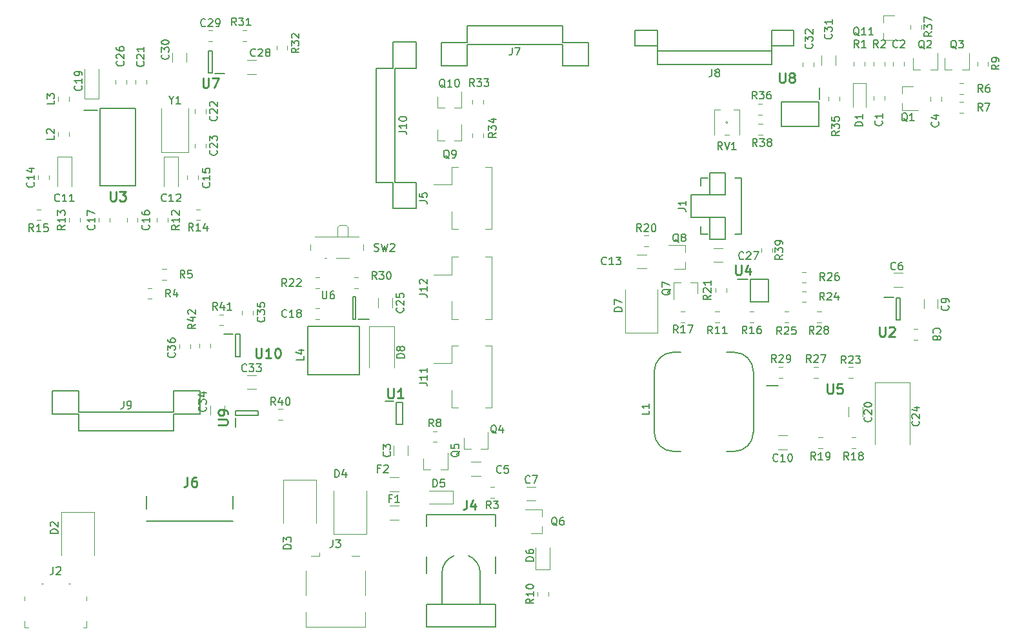
<source format=gto>
G04 #@! TF.GenerationSoftware,KiCad,Pcbnew,5.0.2-bee76a0~70~ubuntu18.04.1*
G04 #@! TF.CreationDate,2018-12-05T23:11:17+03:00*
G04 #@! TF.ProjectId,AA-PI-Display-Board-NanoPiA64,41412d50-492d-4446-9973-706c61792d42,2.1*
G04 #@! TF.SameCoordinates,Original*
G04 #@! TF.FileFunction,Legend,Top*
G04 #@! TF.FilePolarity,Positive*
%FSLAX46Y46*%
G04 Gerber Fmt 4.6, Leading zero omitted, Abs format (unit mm)*
G04 Created by KiCad (PCBNEW 5.0.2-bee76a0~70~ubuntu18.04.1) date Wed 05 Dec 2018 23:11:17 MSK*
%MOMM*%
%LPD*%
G01*
G04 APERTURE LIST*
%ADD10C,0.200000*%
%ADD11C,0.120000*%
%ADD12C,0.150000*%
%ADD13C,0.100000*%
%ADD14C,0.203200*%
%ADD15C,0.254000*%
G04 APERTURE END LIST*
D10*
G04 #@! TO.C,U2*
X173835000Y-96512000D02*
X174385000Y-96512000D01*
X174385000Y-96512000D02*
X174385000Y-99408000D01*
X174385000Y-99408000D02*
X173835000Y-99408000D01*
X173835000Y-99408000D02*
X173835000Y-96512000D01*
X172235000Y-96446000D02*
X173485000Y-96446000D01*
D11*
G04 #@! TO.C,C8*
X176148748Y-100590000D02*
X176671252Y-100590000D01*
X176148748Y-102010000D02*
X176671252Y-102010000D01*
G04 #@! TO.C,C35*
X89450000Y-98741252D02*
X89450000Y-98218748D01*
X88030000Y-98741252D02*
X88030000Y-98218748D01*
G04 #@! TO.C,C36*
X81210000Y-102598748D02*
X81210000Y-103121252D01*
X79790000Y-102598748D02*
X79790000Y-103121252D01*
G04 #@! TO.C,C33*
X88647936Y-108470000D02*
X89852064Y-108470000D01*
X88647936Y-106650000D02*
X89852064Y-106650000D01*
G04 #@! TO.C,C9*
X177490000Y-97892064D02*
X177490000Y-96687936D01*
X179310000Y-97892064D02*
X179310000Y-96687936D01*
G04 #@! TO.C,C34*
X83870000Y-110667936D02*
X83870000Y-111872064D01*
X85690000Y-110667936D02*
X85690000Y-111872064D01*
G04 #@! TO.C,C6*
X174702064Y-95060000D02*
X173497936Y-95060000D01*
X174702064Y-93240000D02*
X173497936Y-93240000D01*
G04 #@! TO.C,R42*
X82430000Y-103041252D02*
X82430000Y-102518748D01*
X83850000Y-103041252D02*
X83850000Y-102518748D01*
G04 #@! TO.C,R41*
X85571252Y-98690000D02*
X85048748Y-98690000D01*
X85571252Y-100110000D02*
X85048748Y-100110000D01*
G04 #@! TO.C,R40*
X92778748Y-111080000D02*
X93301252Y-111080000D01*
X92778748Y-112500000D02*
X93301252Y-112500000D01*
D10*
G04 #@! TO.C,U9*
X87130000Y-113450000D02*
X87130000Y-112250000D01*
X90080000Y-111900000D02*
X87180000Y-111900000D01*
X90080000Y-111300000D02*
X90080000Y-111900000D01*
X87180000Y-111300000D02*
X90080000Y-111300000D01*
X87180000Y-111900000D02*
X87180000Y-111300000D01*
G04 #@! TO.C,U10*
X87150000Y-101290000D02*
X87750000Y-101290000D01*
X87750000Y-101290000D02*
X87750000Y-104190000D01*
X87750000Y-104190000D02*
X87150000Y-104190000D01*
X87150000Y-104190000D02*
X87150000Y-101290000D01*
X85600000Y-101240000D02*
X86800000Y-101240000D01*
D11*
G04 #@! TO.C,C32*
X162980000Y-65618748D02*
X162980000Y-66141252D01*
X161560000Y-65618748D02*
X161560000Y-66141252D01*
G04 #@! TO.C,C31*
X164050000Y-65922064D02*
X164050000Y-64717936D01*
X165870000Y-65922064D02*
X165870000Y-64717936D01*
G04 #@! TO.C,R39*
X156150000Y-89968748D02*
X156150000Y-90491252D01*
X157570000Y-89968748D02*
X157570000Y-90491252D01*
G04 #@! TO.C,R38*
X156291252Y-75100000D02*
X155768748Y-75100000D01*
X156291252Y-73680000D02*
X155768748Y-73680000D01*
D10*
G04 #@! TO.C,U8*
X163670000Y-70770000D02*
X163670000Y-73970000D01*
X163670000Y-73970000D02*
X158770000Y-73970000D01*
X158770000Y-73970000D02*
X158770000Y-70770000D01*
X158770000Y-70770000D02*
X163670000Y-70770000D01*
X163800000Y-68920000D02*
X163800000Y-70420000D01*
D12*
G04 #@! TO.C,J8*
X157500000Y-65875000D02*
X142500000Y-65875000D01*
X157500000Y-64125000D02*
X142500000Y-64125000D01*
X157500000Y-64125000D02*
X157500000Y-61370000D01*
X142500000Y-64125000D02*
X142500000Y-61370000D01*
X157500000Y-61370000D02*
X160400000Y-61370000D01*
X142500000Y-61370000D02*
X139600000Y-61370000D01*
X160400000Y-61370000D02*
X160400000Y-63420000D01*
X139600000Y-61370000D02*
X139600000Y-63420000D01*
X160400000Y-63420000D02*
X157500000Y-63420000D01*
X139600000Y-63420000D02*
X142500000Y-63420000D01*
X157500000Y-63420000D02*
X157500000Y-65875000D01*
X142500000Y-63420000D02*
X142500000Y-65875000D01*
G04 #@! TO.C,J7*
X117550000Y-60795000D02*
X130050000Y-60795000D01*
X117550000Y-63245000D02*
X130050000Y-63245000D01*
X117550000Y-63245000D02*
X117550000Y-66070000D01*
X130050000Y-63245000D02*
X130050000Y-66070000D01*
X117550000Y-66070000D02*
X114125000Y-66070000D01*
X130050000Y-66070000D02*
X133475000Y-66070000D01*
X114125000Y-66070000D02*
X114125000Y-63020000D01*
X133475000Y-66070000D02*
X133475000Y-63020000D01*
X114125000Y-63020000D02*
X117550000Y-63020000D01*
X133475000Y-63020000D02*
X130050000Y-63020000D01*
X117550000Y-63020000D02*
X117550000Y-60795000D01*
X130050000Y-63020000D02*
X130050000Y-60795000D01*
D11*
G04 #@! TO.C,R37*
X177130000Y-60668748D02*
X177130000Y-61191252D01*
X175710000Y-60668748D02*
X175710000Y-61191252D01*
G04 #@! TO.C,Q11*
X172120000Y-59450000D02*
X172120000Y-60380000D01*
X172120000Y-62610000D02*
X172120000Y-61680000D01*
X172120000Y-62610000D02*
X174280000Y-62610000D01*
X172120000Y-59450000D02*
X173580000Y-59450000D01*
G04 #@! TO.C,R34*
X119680000Y-75421252D02*
X119680000Y-74898748D01*
X118260000Y-75421252D02*
X118260000Y-74898748D01*
G04 #@! TO.C,R33*
X118230000Y-71031252D02*
X118230000Y-70508748D01*
X119650000Y-71031252D02*
X119650000Y-70508748D01*
G04 #@! TO.C,R36*
X155748748Y-72480000D02*
X156271252Y-72480000D01*
X155748748Y-71060000D02*
X156271252Y-71060000D01*
G04 #@! TO.C,R35*
X166410000Y-70118748D02*
X166410000Y-70641252D01*
X164990000Y-70118748D02*
X164990000Y-70641252D01*
G04 #@! TO.C,RV1*
X150710000Y-71800000D02*
X149960000Y-71800000D01*
X149960000Y-71800000D02*
X149960000Y-75100000D01*
X152510000Y-71800000D02*
X153260000Y-71800000D01*
X153260000Y-71800000D02*
X153260000Y-75100000D01*
X151310000Y-75100000D02*
X151910000Y-75100000D01*
D13*
X151751421Y-73450000D02*
G75*
G03X151751421Y-73450000I-141421J0D01*
G01*
D11*
G04 #@! TO.C,Q9*
X113630000Y-75860000D02*
X113630000Y-74400000D01*
X116790000Y-75860000D02*
X116790000Y-73700000D01*
X116790000Y-75860000D02*
X115860000Y-75860000D01*
X113630000Y-75860000D02*
X114560000Y-75860000D01*
G04 #@! TO.C,Q10*
X113630000Y-71570000D02*
X114560000Y-71570000D01*
X116790000Y-71570000D02*
X115860000Y-71570000D01*
X116790000Y-71570000D02*
X116790000Y-69410000D01*
X113630000Y-71570000D02*
X113630000Y-70110000D01*
G04 #@! TO.C,R32*
X92530000Y-63921252D02*
X92530000Y-63398748D01*
X93950000Y-63921252D02*
X93950000Y-63398748D01*
D10*
G04 #@! TO.C,U7*
X84125000Y-66998000D02*
X83575000Y-66998000D01*
X83575000Y-66998000D02*
X83575000Y-64102000D01*
X83575000Y-64102000D02*
X84125000Y-64102000D01*
X84125000Y-64102000D02*
X84125000Y-66998000D01*
X85725000Y-67064000D02*
X84475000Y-67064000D01*
D11*
G04 #@! TO.C,C29*
X83588748Y-61370000D02*
X84111252Y-61370000D01*
X83588748Y-62790000D02*
X84111252Y-62790000D01*
G04 #@! TO.C,C30*
X78860000Y-64327936D02*
X78860000Y-65532064D01*
X80680000Y-64327936D02*
X80680000Y-65532064D01*
G04 #@! TO.C,C28*
X89862064Y-67120000D02*
X88657936Y-67120000D01*
X89862064Y-65300000D02*
X88657936Y-65300000D01*
G04 #@! TO.C,R31*
X88566252Y-62790000D02*
X88043748Y-62790000D01*
X88566252Y-61370000D02*
X88043748Y-61370000D01*
D10*
G04 #@! TO.C,U6*
X104678000Y-99328000D02*
X103278000Y-99328000D01*
X102928000Y-96378000D02*
X102928000Y-99278000D01*
X102528000Y-96378000D02*
X102928000Y-96378000D01*
X102528000Y-99278000D02*
X102528000Y-96378000D01*
X102928000Y-99278000D02*
X102528000Y-99278000D01*
D11*
G04 #@! TO.C,C23*
X81840000Y-76761252D02*
X81840000Y-76238748D01*
X83260000Y-76761252D02*
X83260000Y-76238748D01*
D10*
G04 #@! TO.C,U1*
X106805000Y-110065000D02*
X107855000Y-110065000D01*
X108205000Y-113090000D02*
X108205000Y-110190000D01*
X109055000Y-113090000D02*
X108205000Y-113090000D01*
X109055000Y-110190000D02*
X109055000Y-113090000D01*
X108205000Y-110190000D02*
X109055000Y-110190000D01*
G04 #@! TO.C,U3*
X67250000Y-71900000D02*
X69050000Y-71900000D01*
X69400000Y-81800000D02*
X69400000Y-71600000D01*
X74000000Y-81800000D02*
X69400000Y-81800000D01*
X74000000Y-71600000D02*
X74000000Y-81800000D01*
X69400000Y-71600000D02*
X74000000Y-71600000D01*
G04 #@! TO.C,U5*
X156845000Y-108022000D02*
X158320000Y-108022000D01*
D12*
G04 #@! TO.C,J4*
X117709175Y-130349704D02*
G75*
G02X119250000Y-132481386I-852175J-2238682D01*
G01*
X112250000Y-139700000D02*
X121250000Y-139700000D01*
X112250000Y-125000000D02*
X121250000Y-125000000D01*
X112250000Y-136700000D02*
X114250000Y-136700000D01*
X114250000Y-136700000D02*
X119250000Y-136700000D01*
X119250000Y-136700000D02*
X121250000Y-136700000D01*
X114250000Y-136680000D02*
X114250000Y-132504000D01*
X115790825Y-130372318D02*
G75*
G03X114250000Y-132504000I852175J-2238682D01*
G01*
X119250000Y-132504000D02*
X119250000Y-136700000D01*
X112250000Y-139700000D02*
X112250000Y-136700000D01*
X112250000Y-132700000D02*
X112250000Y-130500000D01*
X112250000Y-126500000D02*
X112250000Y-125000000D01*
X121250000Y-125000000D02*
X121250000Y-126500000D01*
X121250000Y-130500000D02*
X121250000Y-132700000D01*
X121250000Y-136700000D02*
X121250000Y-139700000D01*
G04 #@! TO.C,J6*
X86850000Y-122510000D02*
X86850000Y-124160000D01*
X75450000Y-122510000D02*
X75450000Y-124160000D01*
X75450000Y-125810000D02*
X86850000Y-125810000D01*
G04 #@! TO.C,J1*
X153550000Y-87800000D02*
X153550000Y-81750000D01*
X153200000Y-88150000D02*
X153550000Y-88150000D01*
X153550000Y-81750000D02*
X153550000Y-80750000D01*
X153550000Y-88150000D02*
X153550000Y-87800000D01*
X152650000Y-88150000D02*
X153200000Y-88150000D01*
X152650000Y-80750000D02*
X153550000Y-80750000D01*
X148200000Y-88150000D02*
X148200000Y-87150000D01*
X148200000Y-88150000D02*
X149100000Y-88150000D01*
X148200000Y-80750000D02*
X149100000Y-80750000D01*
X148200000Y-81750000D02*
X148200000Y-80750000D01*
X149380000Y-82950000D02*
X146925000Y-82950000D01*
X149380000Y-85950000D02*
X146925000Y-85950000D01*
X149380000Y-80050000D02*
X149380000Y-82950000D01*
X149380000Y-88850000D02*
X149380000Y-85950000D01*
X151430000Y-80050000D02*
X149380000Y-80050000D01*
X151430000Y-88850000D02*
X149380000Y-88850000D01*
X151430000Y-82950000D02*
X151430000Y-80050000D01*
X151430000Y-85950000D02*
X151430000Y-88850000D01*
X148675000Y-82950000D02*
X151430000Y-82950000D01*
X148675000Y-85950000D02*
X151430000Y-85950000D01*
X146925000Y-85950000D02*
X146925000Y-82950000D01*
D11*
G04 #@! TO.C,C1*
X172310000Y-70561252D02*
X172310000Y-70038748D01*
X170890000Y-70561252D02*
X170890000Y-70038748D01*
G04 #@! TO.C,C2*
X174860000Y-65538748D02*
X174860000Y-66061252D01*
X173440000Y-65538748D02*
X173440000Y-66061252D01*
G04 #@! TO.C,C3*
X109740000Y-115937936D02*
X109740000Y-117142064D01*
X107920000Y-115937936D02*
X107920000Y-117142064D01*
G04 #@! TO.C,C4*
X178340000Y-70138748D02*
X178340000Y-70661252D01*
X179760000Y-70138748D02*
X179760000Y-70661252D01*
G04 #@! TO.C,C5*
X118097936Y-118040000D02*
X119302064Y-118040000D01*
X118097936Y-119860000D02*
X119302064Y-119860000D01*
G04 #@! TO.C,C7*
X125347936Y-121290000D02*
X126552064Y-121290000D01*
X125347936Y-123110000D02*
X126552064Y-123110000D01*
G04 #@! TO.C,C10*
X158347936Y-116410000D02*
X159552064Y-116410000D01*
X158347936Y-114590000D02*
X159552064Y-114590000D01*
G04 #@! TO.C,C11*
X65635000Y-81850000D02*
X65635000Y-77940000D01*
X65635000Y-77940000D02*
X63765000Y-77940000D01*
X63765000Y-77940000D02*
X63765000Y-81850000D01*
G04 #@! TO.C,C12*
X77765000Y-77940000D02*
X77765000Y-81850000D01*
X79635000Y-77940000D02*
X77765000Y-77940000D01*
X79635000Y-81850000D02*
X79635000Y-77940000D01*
G04 #@! TO.C,C13*
X139847936Y-90840000D02*
X141052064Y-90840000D01*
X139847936Y-92660000D02*
X141052064Y-92660000D01*
G04 #@! TO.C,C14*
X61240000Y-80438748D02*
X61240000Y-80961252D01*
X62660000Y-80438748D02*
X62660000Y-80961252D01*
G04 #@! TO.C,C15*
X80790000Y-80961252D02*
X80790000Y-80438748D01*
X82210000Y-80961252D02*
X82210000Y-80438748D01*
G04 #@! TO.C,C16*
X72890000Y-86038748D02*
X72890000Y-86561252D01*
X74310000Y-86038748D02*
X74310000Y-86561252D01*
G04 #@! TO.C,C17*
X70610000Y-86038748D02*
X70610000Y-86561252D01*
X69190000Y-86038748D02*
X69190000Y-86561252D01*
G04 #@! TO.C,C18*
X98163252Y-99300000D02*
X97640748Y-99300000D01*
X98163252Y-97880000D02*
X97640748Y-97880000D01*
G04 #@! TO.C,C19*
X67335000Y-66430000D02*
X67335000Y-70340000D01*
X67335000Y-70340000D02*
X69205000Y-70340000D01*
X69205000Y-70340000D02*
X69205000Y-66430000D01*
G04 #@! TO.C,C20*
X167590000Y-110847936D02*
X167590000Y-112052064D01*
X169410000Y-110847936D02*
X169410000Y-112052064D01*
G04 #@! TO.C,C21*
X74050000Y-68391252D02*
X74050000Y-67868748D01*
X75470000Y-68391252D02*
X75470000Y-67868748D01*
G04 #@! TO.C,C22*
X81840000Y-71738748D02*
X81840000Y-72261252D01*
X83260000Y-71738748D02*
X83260000Y-72261252D01*
G04 #@! TO.C,C24*
X175610000Y-115700000D02*
X175610000Y-107640000D01*
X175610000Y-107640000D02*
X171090000Y-107640000D01*
X171090000Y-107640000D02*
X171090000Y-115700000D01*
G04 #@! TO.C,C25*
X107710000Y-97752064D02*
X107710000Y-96547936D01*
X105890000Y-97752064D02*
X105890000Y-96547936D01*
G04 #@! TO.C,C26*
X71420000Y-68391252D02*
X71420000Y-67868748D01*
X72840000Y-68391252D02*
X72840000Y-67868748D01*
G04 #@! TO.C,C27*
X149867936Y-91810000D02*
X151072064Y-91810000D01*
X149867936Y-89990000D02*
X151072064Y-89990000D01*
G04 #@! TO.C,D1*
X169850000Y-68300000D02*
X168150000Y-68300000D01*
X168150000Y-68300000D02*
X168150000Y-71450000D01*
X169850000Y-68300000D02*
X169850000Y-71450000D01*
G04 #@! TO.C,D2*
X68630000Y-124600000D02*
X68630000Y-130300000D01*
X64330000Y-124600000D02*
X64330000Y-130300000D01*
X68630000Y-124600000D02*
X64330000Y-124600000D01*
G04 #@! TO.C,D3*
X97750000Y-120400000D02*
X97750000Y-126100000D01*
X93450000Y-120400000D02*
X93450000Y-126100000D01*
X97750000Y-120400000D02*
X93450000Y-120400000D01*
G04 #@! TO.C,D4*
X100050000Y-127500000D02*
X104350000Y-127500000D01*
X104350000Y-127500000D02*
X104350000Y-121800000D01*
X100050000Y-127500000D02*
X100050000Y-121800000D01*
G04 #@! TO.C,D5*
X115716000Y-123490000D02*
X112566000Y-123490000D01*
X115716000Y-121790000D02*
X112566000Y-121790000D01*
X115716000Y-123490000D02*
X115716000Y-121790000D01*
G04 #@! TO.C,D6*
X126508000Y-129294000D02*
X126508000Y-132154000D01*
X126508000Y-132154000D02*
X128428000Y-132154000D01*
X128428000Y-132154000D02*
X128428000Y-129294000D01*
G04 #@! TO.C,D7*
X138250000Y-101100000D02*
X142550000Y-101100000D01*
X142550000Y-101100000D02*
X142550000Y-95400000D01*
X138250000Y-101100000D02*
X138250000Y-95400000D01*
G04 #@! TO.C,D8*
X108000000Y-100250000D02*
X104700000Y-100250000D01*
X104700000Y-100250000D02*
X104700000Y-105650000D01*
X108000000Y-100250000D02*
X108000000Y-105650000D01*
G04 #@! TO.C,F1*
X108552064Y-125610000D02*
X107347936Y-125610000D01*
X108552064Y-123790000D02*
X107347936Y-123790000D01*
G04 #@! TO.C,F2*
X107347936Y-121890000D02*
X108552064Y-121890000D01*
X107347936Y-120070000D02*
X108552064Y-120070000D01*
D13*
G04 #@! TO.C,J2*
X67600000Y-135750000D02*
X67600000Y-136250000D01*
X65200000Y-134000000D02*
X65500000Y-134000000D01*
X59500000Y-135750000D02*
X59500000Y-136200000D01*
X61650000Y-134000000D02*
X61950000Y-134000000D01*
X59500000Y-138950000D02*
X59500000Y-139750000D01*
X59500000Y-139750000D02*
X60000000Y-139750000D01*
X67150000Y-139750000D02*
X67600000Y-139750000D01*
X67600000Y-139750000D02*
X67600000Y-138900000D01*
D11*
G04 #@! TO.C,J3*
X104160000Y-139710000D02*
X96340000Y-139710000D01*
X98140000Y-130390000D02*
X98140000Y-129960000D01*
X104160000Y-139710000D02*
X104160000Y-137760000D01*
X104160000Y-135540000D02*
X104160000Y-132310000D01*
X102360000Y-130390000D02*
X103440000Y-130390000D01*
X97060000Y-130390000D02*
X98140000Y-130390000D01*
X96340000Y-135540000D02*
X96340000Y-132310000D01*
X96340000Y-139710000D02*
X96340000Y-137760000D01*
G04 #@! TO.C,J5*
X116390000Y-79315000D02*
X115540000Y-79315000D01*
X115540000Y-79315000D02*
X115540000Y-81640000D01*
X115540000Y-81640000D02*
X113150000Y-81640000D01*
X116390000Y-87485000D02*
X115540000Y-87485000D01*
X115540000Y-87485000D02*
X115540000Y-85160000D01*
X119910000Y-79315000D02*
X120760000Y-79315000D01*
X120760000Y-79315000D02*
X120760000Y-87485000D01*
X120760000Y-87485000D02*
X119910000Y-87485000D01*
D12*
G04 #@! TO.C,J9*
X79050000Y-113975000D02*
X66550000Y-113975000D01*
X79050000Y-111525000D02*
X66550000Y-111525000D01*
X79050000Y-111525000D02*
X79050000Y-108700000D01*
X66550000Y-111525000D02*
X66550000Y-108700000D01*
X79050000Y-108700000D02*
X82475000Y-108700000D01*
X66550000Y-108700000D02*
X63125000Y-108700000D01*
X82475000Y-108700000D02*
X82475000Y-111750000D01*
X63125000Y-108700000D02*
X63125000Y-111750000D01*
X82475000Y-111750000D02*
X79050000Y-111750000D01*
X63125000Y-111750000D02*
X66550000Y-111750000D01*
X79050000Y-111750000D02*
X79050000Y-113975000D01*
X66550000Y-111750000D02*
X66550000Y-113975000D01*
G04 #@! TO.C,J10*
X105625000Y-81350000D02*
X105625000Y-66350000D01*
X108075000Y-81350000D02*
X108075000Y-66350000D01*
X108075000Y-81350000D02*
X110900000Y-81350000D01*
X108075000Y-66350000D02*
X110900000Y-66350000D01*
X110900000Y-81350000D02*
X110900000Y-84775000D01*
X110900000Y-66350000D02*
X110900000Y-62925000D01*
X110900000Y-84775000D02*
X107850000Y-84775000D01*
X110900000Y-62925000D02*
X107850000Y-62925000D01*
X107850000Y-84775000D02*
X107850000Y-81350000D01*
X107850000Y-62925000D02*
X107850000Y-66350000D01*
X107850000Y-81350000D02*
X105625000Y-81350000D01*
X107850000Y-66350000D02*
X105625000Y-66350000D01*
D11*
G04 #@! TO.C,J11*
X120760000Y-110935000D02*
X119910000Y-110935000D01*
X120760000Y-102765000D02*
X120760000Y-110935000D01*
X119910000Y-102765000D02*
X120760000Y-102765000D01*
X115540000Y-110935000D02*
X115540000Y-108610000D01*
X116390000Y-110935000D02*
X115540000Y-110935000D01*
X115540000Y-105090000D02*
X113150000Y-105090000D01*
X115540000Y-102765000D02*
X115540000Y-105090000D01*
X116390000Y-102765000D02*
X115540000Y-102765000D01*
G04 #@! TO.C,J12*
X116390000Y-91115000D02*
X115540000Y-91115000D01*
X115540000Y-91115000D02*
X115540000Y-93440000D01*
X115540000Y-93440000D02*
X113150000Y-93440000D01*
X116390000Y-99285000D02*
X115540000Y-99285000D01*
X115540000Y-99285000D02*
X115540000Y-96960000D01*
X119910000Y-91115000D02*
X120760000Y-91115000D01*
X120760000Y-91115000D02*
X120760000Y-99285000D01*
X120760000Y-99285000D02*
X119910000Y-99285000D01*
D14*
G04 #@! TO.C,L1*
X142100000Y-114150000D02*
G75*
G03X144600000Y-116650000I2500000J0D01*
G01*
X142100000Y-114150000D02*
X142100000Y-106150000D01*
X144600000Y-103650000D02*
G75*
G03X142100000Y-106150000I0J-2500000D01*
G01*
X144600000Y-103650000D02*
X145600000Y-103650000D01*
X151600000Y-103650000D02*
X152600000Y-103650000D01*
X155100000Y-106150000D02*
G75*
G03X152600000Y-103650000I-2500000J0D01*
G01*
X155100000Y-106150000D02*
X155100000Y-114150000D01*
X152600000Y-116650000D02*
G75*
G03X155100000Y-114150000I0J2500000D01*
G01*
X152600000Y-116650000D02*
X151600000Y-116650000D01*
X145600000Y-116650000D02*
X144600000Y-116650000D01*
D11*
G04 #@! TO.C,L2*
X63890000Y-74748748D02*
X63890000Y-75271252D01*
X65310000Y-74748748D02*
X65310000Y-75271252D01*
G04 #@! TO.C,L3*
X63890000Y-70661252D02*
X63890000Y-70138748D01*
X65310000Y-70661252D02*
X65310000Y-70138748D01*
D14*
G04 #@! TO.C,L4*
X96650000Y-106625000D02*
X96650000Y-100275000D01*
X96650000Y-100275000D02*
X103450000Y-100275000D01*
X103450000Y-100275000D02*
X103450000Y-106625000D01*
X103450000Y-106625000D02*
X96650000Y-106625000D01*
D11*
G04 #@! TO.C,Q1*
X174590000Y-68720000D02*
X176050000Y-68720000D01*
X174590000Y-71880000D02*
X176750000Y-71880000D01*
X174590000Y-71880000D02*
X174590000Y-70950000D01*
X174590000Y-68720000D02*
X174590000Y-69650000D01*
G04 #@! TO.C,Q2*
X176070000Y-66510000D02*
X177000000Y-66510000D01*
X179230000Y-66510000D02*
X178300000Y-66510000D01*
X179230000Y-66510000D02*
X179230000Y-64350000D01*
X176070000Y-66510000D02*
X176070000Y-65050000D01*
G04 #@! TO.C,Q3*
X180220000Y-66510000D02*
X180220000Y-65050000D01*
X183380000Y-66510000D02*
X183380000Y-64350000D01*
X183380000Y-66510000D02*
X182450000Y-66510000D01*
X180220000Y-66510000D02*
X181150000Y-66510000D01*
G04 #@! TO.C,Q4*
X117120000Y-116310000D02*
X117120000Y-114850000D01*
X120280000Y-116310000D02*
X120280000Y-114150000D01*
X120280000Y-116310000D02*
X119350000Y-116310000D01*
X117120000Y-116310000D02*
X118050000Y-116310000D01*
G04 #@! TO.C,Q5*
X111824000Y-119028000D02*
X112754000Y-119028000D01*
X114984000Y-119028000D02*
X114054000Y-119028000D01*
X114984000Y-119028000D02*
X114984000Y-116868000D01*
X111824000Y-119028000D02*
X111824000Y-117568000D01*
G04 #@! TO.C,Q6*
X127360000Y-127430000D02*
X127360000Y-126500000D01*
X127360000Y-124270000D02*
X127360000Y-125200000D01*
X127360000Y-124270000D02*
X125200000Y-124270000D01*
X127360000Y-127430000D02*
X125900000Y-127430000D01*
G04 #@! TO.C,Q7*
X147780000Y-94490000D02*
X147780000Y-95950000D01*
X144620000Y-94490000D02*
X144620000Y-96650000D01*
X144620000Y-94490000D02*
X145550000Y-94490000D01*
X147780000Y-94490000D02*
X146850000Y-94490000D01*
G04 #@! TO.C,Q8*
X146160000Y-92730000D02*
X146160000Y-91800000D01*
X146160000Y-89570000D02*
X146160000Y-90500000D01*
X146160000Y-89570000D02*
X144000000Y-89570000D01*
X146160000Y-92730000D02*
X144700000Y-92730000D01*
G04 #@! TO.C,R1*
X169710000Y-65538748D02*
X169710000Y-66061252D01*
X168290000Y-65538748D02*
X168290000Y-66061252D01*
G04 #@! TO.C,R2*
X170890000Y-65538748D02*
X170890000Y-66061252D01*
X172310000Y-65538748D02*
X172310000Y-66061252D01*
G04 #@! TO.C,R3*
X121111252Y-121340000D02*
X120588748Y-121340000D01*
X121111252Y-122760000D02*
X120588748Y-122760000D01*
G04 #@! TO.C,R4*
X75628748Y-95220000D02*
X76151252Y-95220000D01*
X75628748Y-96640000D02*
X76151252Y-96640000D01*
G04 #@! TO.C,R5*
X77538748Y-94150000D02*
X78061252Y-94150000D01*
X77538748Y-92730000D02*
X78061252Y-92730000D01*
G04 #@! TO.C,R6*
X182138748Y-68340000D02*
X182661252Y-68340000D01*
X182138748Y-69760000D02*
X182661252Y-69760000D01*
G04 #@! TO.C,R7*
X182686252Y-70790000D02*
X182163748Y-70790000D01*
X182686252Y-72210000D02*
X182163748Y-72210000D01*
G04 #@! TO.C,R8*
X113561252Y-115430000D02*
X113038748Y-115430000D01*
X113561252Y-114010000D02*
X113038748Y-114010000D01*
G04 #@! TO.C,R9*
X184490000Y-66061252D02*
X184490000Y-65538748D01*
X185910000Y-66061252D02*
X185910000Y-65538748D01*
G04 #@! TO.C,R10*
X128178000Y-135635252D02*
X128178000Y-135112748D01*
X126758000Y-135635252D02*
X126758000Y-135112748D01*
G04 #@! TO.C,R11*
X150088748Y-99710000D02*
X150611252Y-99710000D01*
X150088748Y-98290000D02*
X150611252Y-98290000D01*
G04 #@! TO.C,R12*
X76840000Y-86561252D02*
X76840000Y-86038748D01*
X78260000Y-86561252D02*
X78260000Y-86038748D01*
G04 #@! TO.C,R13*
X66710000Y-86561252D02*
X66710000Y-86038748D01*
X65290000Y-86561252D02*
X65290000Y-86038748D01*
G04 #@! TO.C,R14*
X82511252Y-84890000D02*
X81988748Y-84890000D01*
X82511252Y-86310000D02*
X81988748Y-86310000D01*
G04 #@! TO.C,R15*
X61038748Y-84890000D02*
X61561252Y-84890000D01*
X61038748Y-86310000D02*
X61561252Y-86310000D01*
G04 #@! TO.C,R16*
X155161252Y-98290000D02*
X154638748Y-98290000D01*
X155161252Y-99710000D02*
X154638748Y-99710000D01*
G04 #@! TO.C,R17*
X146111252Y-99710000D02*
X145588748Y-99710000D01*
X146111252Y-98290000D02*
X145588748Y-98290000D01*
G04 #@! TO.C,R18*
X167974748Y-114834000D02*
X168497252Y-114834000D01*
X167974748Y-116254000D02*
X168497252Y-116254000D01*
G04 #@! TO.C,R19*
X163638748Y-116254000D02*
X164161252Y-116254000D01*
X163638748Y-114834000D02*
X164161252Y-114834000D01*
G04 #@! TO.C,R20*
X140788748Y-89710000D02*
X141311252Y-89710000D01*
X140788748Y-88290000D02*
X141311252Y-88290000D01*
G04 #@! TO.C,R21*
X151560000Y-95238748D02*
X151560000Y-95761252D01*
X150140000Y-95238748D02*
X150140000Y-95761252D01*
G04 #@! TO.C,R22*
X98163252Y-95236000D02*
X97640748Y-95236000D01*
X98163252Y-93816000D02*
X97640748Y-93816000D01*
G04 #@! TO.C,R23*
X167624748Y-105590000D02*
X168147252Y-105590000D01*
X167624748Y-107010000D02*
X168147252Y-107010000D01*
G04 #@! TO.C,R24*
X162011252Y-97060000D02*
X161488748Y-97060000D01*
X162011252Y-95640000D02*
X161488748Y-95640000D01*
G04 #@! TO.C,R25*
X159188748Y-99710000D02*
X159711252Y-99710000D01*
X159188748Y-98290000D02*
X159711252Y-98290000D01*
G04 #@! TO.C,R26*
X161488748Y-93090000D02*
X162011252Y-93090000D01*
X161488748Y-94510000D02*
X162011252Y-94510000D01*
G04 #@! TO.C,R27*
X163575252Y-105590000D02*
X163052748Y-105590000D01*
X163575252Y-107010000D02*
X163052748Y-107010000D01*
G04 #@! TO.C,R28*
X163468748Y-99740000D02*
X163991252Y-99740000D01*
X163468748Y-98320000D02*
X163991252Y-98320000D01*
G04 #@! TO.C,R29*
X158991252Y-107000000D02*
X158468748Y-107000000D01*
X158991252Y-105580000D02*
X158468748Y-105580000D01*
G04 #@! TO.C,R30*
X103243252Y-93816000D02*
X102720748Y-93816000D01*
X103243252Y-95236000D02*
X102720748Y-95236000D01*
G04 #@! TO.C,SW2*
X99050000Y-91300000D02*
X98850000Y-91300000D01*
X101850000Y-87160000D02*
X101650000Y-86950000D01*
X100550000Y-87160000D02*
X100750000Y-86950000D01*
X101850000Y-88450000D02*
X101850000Y-87160000D01*
X101650000Y-86950000D02*
X100750000Y-86950000D01*
X100550000Y-87160000D02*
X100550000Y-88450000D01*
X103300000Y-88450000D02*
X97600000Y-88450000D01*
X102050000Y-91300000D02*
X100350000Y-91300000D01*
X103900000Y-90250000D02*
X103900000Y-89460000D01*
X97000000Y-89460000D02*
X97000000Y-90250000D01*
D10*
G04 #@! TO.C,U4*
X154750000Y-94050000D02*
X157050000Y-94050000D01*
X157050000Y-94050000D02*
X157050000Y-97050000D01*
X157050000Y-97050000D02*
X154750000Y-97050000D01*
X154750000Y-97050000D02*
X154750000Y-94050000D01*
X153000000Y-94050000D02*
X154400000Y-94050000D01*
D11*
G04 #@! TO.C,Y1*
X77410000Y-71650000D02*
X77410000Y-77400000D01*
X77410000Y-77400000D02*
X81010000Y-77400000D01*
X81010000Y-77400000D02*
X81010000Y-71650000D01*
G04 #@! TO.C,U2*
D15*
X171662380Y-100294523D02*
X171662380Y-101322619D01*
X171722857Y-101443571D01*
X171783333Y-101504047D01*
X171904285Y-101564523D01*
X172146190Y-101564523D01*
X172267142Y-101504047D01*
X172327619Y-101443571D01*
X172388095Y-101322619D01*
X172388095Y-100294523D01*
X172932380Y-100415476D02*
X172992857Y-100355000D01*
X173113809Y-100294523D01*
X173416190Y-100294523D01*
X173537142Y-100355000D01*
X173597619Y-100415476D01*
X173658095Y-100536428D01*
X173658095Y-100657380D01*
X173597619Y-100838809D01*
X172871904Y-101564523D01*
X173658095Y-101564523D01*
G04 #@! TO.C,C8*
D12*
X178762857Y-101093333D02*
X178715238Y-101045714D01*
X178667619Y-100902857D01*
X178667619Y-100807619D01*
X178715238Y-100664761D01*
X178810476Y-100569523D01*
X178905714Y-100521904D01*
X179096190Y-100474285D01*
X179239047Y-100474285D01*
X179429523Y-100521904D01*
X179524761Y-100569523D01*
X179620000Y-100664761D01*
X179667619Y-100807619D01*
X179667619Y-100902857D01*
X179620000Y-101045714D01*
X179572380Y-101093333D01*
X179239047Y-101664761D02*
X179286666Y-101569523D01*
X179334285Y-101521904D01*
X179429523Y-101474285D01*
X179477142Y-101474285D01*
X179572380Y-101521904D01*
X179620000Y-101569523D01*
X179667619Y-101664761D01*
X179667619Y-101855238D01*
X179620000Y-101950476D01*
X179572380Y-101998095D01*
X179477142Y-102045714D01*
X179429523Y-102045714D01*
X179334285Y-101998095D01*
X179286666Y-101950476D01*
X179239047Y-101855238D01*
X179239047Y-101664761D01*
X179191428Y-101569523D01*
X179143809Y-101521904D01*
X179048571Y-101474285D01*
X178858095Y-101474285D01*
X178762857Y-101521904D01*
X178715238Y-101569523D01*
X178667619Y-101664761D01*
X178667619Y-101855238D01*
X178715238Y-101950476D01*
X178762857Y-101998095D01*
X178858095Y-102045714D01*
X179048571Y-102045714D01*
X179143809Y-101998095D01*
X179191428Y-101950476D01*
X179239047Y-101855238D01*
G04 #@! TO.C,C35*
X90897142Y-99032857D02*
X90944761Y-99080476D01*
X90992380Y-99223333D01*
X90992380Y-99318571D01*
X90944761Y-99461428D01*
X90849523Y-99556666D01*
X90754285Y-99604285D01*
X90563809Y-99651904D01*
X90420952Y-99651904D01*
X90230476Y-99604285D01*
X90135238Y-99556666D01*
X90040000Y-99461428D01*
X89992380Y-99318571D01*
X89992380Y-99223333D01*
X90040000Y-99080476D01*
X90087619Y-99032857D01*
X89992380Y-98699523D02*
X89992380Y-98080476D01*
X90373333Y-98413809D01*
X90373333Y-98270952D01*
X90420952Y-98175714D01*
X90468571Y-98128095D01*
X90563809Y-98080476D01*
X90801904Y-98080476D01*
X90897142Y-98128095D01*
X90944761Y-98175714D01*
X90992380Y-98270952D01*
X90992380Y-98556666D01*
X90944761Y-98651904D01*
X90897142Y-98699523D01*
X89992380Y-97175714D02*
X89992380Y-97651904D01*
X90468571Y-97699523D01*
X90420952Y-97651904D01*
X90373333Y-97556666D01*
X90373333Y-97318571D01*
X90420952Y-97223333D01*
X90468571Y-97175714D01*
X90563809Y-97128095D01*
X90801904Y-97128095D01*
X90897142Y-97175714D01*
X90944761Y-97223333D01*
X90992380Y-97318571D01*
X90992380Y-97556666D01*
X90944761Y-97651904D01*
X90897142Y-97699523D01*
G04 #@! TO.C,C36*
X79147142Y-103702857D02*
X79194761Y-103750476D01*
X79242380Y-103893333D01*
X79242380Y-103988571D01*
X79194761Y-104131428D01*
X79099523Y-104226666D01*
X79004285Y-104274285D01*
X78813809Y-104321904D01*
X78670952Y-104321904D01*
X78480476Y-104274285D01*
X78385238Y-104226666D01*
X78290000Y-104131428D01*
X78242380Y-103988571D01*
X78242380Y-103893333D01*
X78290000Y-103750476D01*
X78337619Y-103702857D01*
X78242380Y-103369523D02*
X78242380Y-102750476D01*
X78623333Y-103083809D01*
X78623333Y-102940952D01*
X78670952Y-102845714D01*
X78718571Y-102798095D01*
X78813809Y-102750476D01*
X79051904Y-102750476D01*
X79147142Y-102798095D01*
X79194761Y-102845714D01*
X79242380Y-102940952D01*
X79242380Y-103226666D01*
X79194761Y-103321904D01*
X79147142Y-103369523D01*
X78242380Y-101893333D02*
X78242380Y-102083809D01*
X78290000Y-102179047D01*
X78337619Y-102226666D01*
X78480476Y-102321904D01*
X78670952Y-102369523D01*
X79051904Y-102369523D01*
X79147142Y-102321904D01*
X79194761Y-102274285D01*
X79242380Y-102179047D01*
X79242380Y-101988571D01*
X79194761Y-101893333D01*
X79147142Y-101845714D01*
X79051904Y-101798095D01*
X78813809Y-101798095D01*
X78718571Y-101845714D01*
X78670952Y-101893333D01*
X78623333Y-101988571D01*
X78623333Y-102179047D01*
X78670952Y-102274285D01*
X78718571Y-102321904D01*
X78813809Y-102369523D01*
G04 #@! TO.C,C33*
X88607142Y-106097142D02*
X88559523Y-106144761D01*
X88416666Y-106192380D01*
X88321428Y-106192380D01*
X88178571Y-106144761D01*
X88083333Y-106049523D01*
X88035714Y-105954285D01*
X87988095Y-105763809D01*
X87988095Y-105620952D01*
X88035714Y-105430476D01*
X88083333Y-105335238D01*
X88178571Y-105240000D01*
X88321428Y-105192380D01*
X88416666Y-105192380D01*
X88559523Y-105240000D01*
X88607142Y-105287619D01*
X88940476Y-105192380D02*
X89559523Y-105192380D01*
X89226190Y-105573333D01*
X89369047Y-105573333D01*
X89464285Y-105620952D01*
X89511904Y-105668571D01*
X89559523Y-105763809D01*
X89559523Y-106001904D01*
X89511904Y-106097142D01*
X89464285Y-106144761D01*
X89369047Y-106192380D01*
X89083333Y-106192380D01*
X88988095Y-106144761D01*
X88940476Y-106097142D01*
X89892857Y-105192380D02*
X90511904Y-105192380D01*
X90178571Y-105573333D01*
X90321428Y-105573333D01*
X90416666Y-105620952D01*
X90464285Y-105668571D01*
X90511904Y-105763809D01*
X90511904Y-106001904D01*
X90464285Y-106097142D01*
X90416666Y-106144761D01*
X90321428Y-106192380D01*
X90035714Y-106192380D01*
X89940476Y-106144761D01*
X89892857Y-106097142D01*
G04 #@! TO.C,C9*
X180667142Y-97526666D02*
X180714761Y-97574285D01*
X180762380Y-97717142D01*
X180762380Y-97812380D01*
X180714761Y-97955238D01*
X180619523Y-98050476D01*
X180524285Y-98098095D01*
X180333809Y-98145714D01*
X180190952Y-98145714D01*
X180000476Y-98098095D01*
X179905238Y-98050476D01*
X179810000Y-97955238D01*
X179762380Y-97812380D01*
X179762380Y-97717142D01*
X179810000Y-97574285D01*
X179857619Y-97526666D01*
X180762380Y-97050476D02*
X180762380Y-96860000D01*
X180714761Y-96764761D01*
X180667142Y-96717142D01*
X180524285Y-96621904D01*
X180333809Y-96574285D01*
X179952857Y-96574285D01*
X179857619Y-96621904D01*
X179810000Y-96669523D01*
X179762380Y-96764761D01*
X179762380Y-96955238D01*
X179810000Y-97050476D01*
X179857619Y-97098095D01*
X179952857Y-97145714D01*
X180190952Y-97145714D01*
X180286190Y-97098095D01*
X180333809Y-97050476D01*
X180381428Y-96955238D01*
X180381428Y-96764761D01*
X180333809Y-96669523D01*
X180286190Y-96621904D01*
X180190952Y-96574285D01*
G04 #@! TO.C,C34*
X83217142Y-110782857D02*
X83264761Y-110830476D01*
X83312380Y-110973333D01*
X83312380Y-111068571D01*
X83264761Y-111211428D01*
X83169523Y-111306666D01*
X83074285Y-111354285D01*
X82883809Y-111401904D01*
X82740952Y-111401904D01*
X82550476Y-111354285D01*
X82455238Y-111306666D01*
X82360000Y-111211428D01*
X82312380Y-111068571D01*
X82312380Y-110973333D01*
X82360000Y-110830476D01*
X82407619Y-110782857D01*
X82312380Y-110449523D02*
X82312380Y-109830476D01*
X82693333Y-110163809D01*
X82693333Y-110020952D01*
X82740952Y-109925714D01*
X82788571Y-109878095D01*
X82883809Y-109830476D01*
X83121904Y-109830476D01*
X83217142Y-109878095D01*
X83264761Y-109925714D01*
X83312380Y-110020952D01*
X83312380Y-110306666D01*
X83264761Y-110401904D01*
X83217142Y-110449523D01*
X82645714Y-108973333D02*
X83312380Y-108973333D01*
X82264761Y-109211428D02*
X82979047Y-109449523D01*
X82979047Y-108830476D01*
G04 #@! TO.C,C6*
X173763333Y-92727142D02*
X173715714Y-92774761D01*
X173572857Y-92822380D01*
X173477619Y-92822380D01*
X173334761Y-92774761D01*
X173239523Y-92679523D01*
X173191904Y-92584285D01*
X173144285Y-92393809D01*
X173144285Y-92250952D01*
X173191904Y-92060476D01*
X173239523Y-91965238D01*
X173334761Y-91870000D01*
X173477619Y-91822380D01*
X173572857Y-91822380D01*
X173715714Y-91870000D01*
X173763333Y-91917619D01*
X174620476Y-91822380D02*
X174430000Y-91822380D01*
X174334761Y-91870000D01*
X174287142Y-91917619D01*
X174191904Y-92060476D01*
X174144285Y-92250952D01*
X174144285Y-92631904D01*
X174191904Y-92727142D01*
X174239523Y-92774761D01*
X174334761Y-92822380D01*
X174525238Y-92822380D01*
X174620476Y-92774761D01*
X174668095Y-92727142D01*
X174715714Y-92631904D01*
X174715714Y-92393809D01*
X174668095Y-92298571D01*
X174620476Y-92250952D01*
X174525238Y-92203333D01*
X174334761Y-92203333D01*
X174239523Y-92250952D01*
X174191904Y-92298571D01*
X174144285Y-92393809D01*
G04 #@! TO.C,R42*
X81892380Y-99952857D02*
X81416190Y-100286190D01*
X81892380Y-100524285D02*
X80892380Y-100524285D01*
X80892380Y-100143333D01*
X80940000Y-100048095D01*
X80987619Y-100000476D01*
X81082857Y-99952857D01*
X81225714Y-99952857D01*
X81320952Y-100000476D01*
X81368571Y-100048095D01*
X81416190Y-100143333D01*
X81416190Y-100524285D01*
X81225714Y-99095714D02*
X81892380Y-99095714D01*
X80844761Y-99333809D02*
X81559047Y-99571904D01*
X81559047Y-98952857D01*
X80987619Y-98619523D02*
X80940000Y-98571904D01*
X80892380Y-98476666D01*
X80892380Y-98238571D01*
X80940000Y-98143333D01*
X80987619Y-98095714D01*
X81082857Y-98048095D01*
X81178095Y-98048095D01*
X81320952Y-98095714D01*
X81892380Y-98667142D01*
X81892380Y-98048095D01*
G04 #@! TO.C,R41*
X84757142Y-98082380D02*
X84423809Y-97606190D01*
X84185714Y-98082380D02*
X84185714Y-97082380D01*
X84566666Y-97082380D01*
X84661904Y-97130000D01*
X84709523Y-97177619D01*
X84757142Y-97272857D01*
X84757142Y-97415714D01*
X84709523Y-97510952D01*
X84661904Y-97558571D01*
X84566666Y-97606190D01*
X84185714Y-97606190D01*
X85614285Y-97415714D02*
X85614285Y-98082380D01*
X85376190Y-97034761D02*
X85138095Y-97749047D01*
X85757142Y-97749047D01*
X86661904Y-98082380D02*
X86090476Y-98082380D01*
X86376190Y-98082380D02*
X86376190Y-97082380D01*
X86280952Y-97225238D01*
X86185714Y-97320476D01*
X86090476Y-97368095D01*
G04 #@! TO.C,R40*
X92397142Y-110592380D02*
X92063809Y-110116190D01*
X91825714Y-110592380D02*
X91825714Y-109592380D01*
X92206666Y-109592380D01*
X92301904Y-109640000D01*
X92349523Y-109687619D01*
X92397142Y-109782857D01*
X92397142Y-109925714D01*
X92349523Y-110020952D01*
X92301904Y-110068571D01*
X92206666Y-110116190D01*
X91825714Y-110116190D01*
X93254285Y-109925714D02*
X93254285Y-110592380D01*
X93016190Y-109544761D02*
X92778095Y-110259047D01*
X93397142Y-110259047D01*
X93968571Y-109592380D02*
X94063809Y-109592380D01*
X94159047Y-109640000D01*
X94206666Y-109687619D01*
X94254285Y-109782857D01*
X94301904Y-109973333D01*
X94301904Y-110211428D01*
X94254285Y-110401904D01*
X94206666Y-110497142D01*
X94159047Y-110544761D01*
X94063809Y-110592380D01*
X93968571Y-110592380D01*
X93873333Y-110544761D01*
X93825714Y-110497142D01*
X93778095Y-110401904D01*
X93730476Y-110211428D01*
X93730476Y-109973333D01*
X93778095Y-109782857D01*
X93825714Y-109687619D01*
X93873333Y-109640000D01*
X93968571Y-109592380D01*
G04 #@! TO.C,U9*
D15*
X84884523Y-113167619D02*
X85912619Y-113167619D01*
X86033571Y-113107142D01*
X86094047Y-113046666D01*
X86154523Y-112925714D01*
X86154523Y-112683809D01*
X86094047Y-112562857D01*
X86033571Y-112502380D01*
X85912619Y-112441904D01*
X84884523Y-112441904D01*
X86154523Y-111776666D02*
X86154523Y-111534761D01*
X86094047Y-111413809D01*
X86033571Y-111353333D01*
X85852142Y-111232380D01*
X85610238Y-111171904D01*
X85126428Y-111171904D01*
X85005476Y-111232380D01*
X84945000Y-111292857D01*
X84884523Y-111413809D01*
X84884523Y-111655714D01*
X84945000Y-111776666D01*
X85005476Y-111837142D01*
X85126428Y-111897619D01*
X85428809Y-111897619D01*
X85549761Y-111837142D01*
X85610238Y-111776666D01*
X85670714Y-111655714D01*
X85670714Y-111413809D01*
X85610238Y-111292857D01*
X85549761Y-111232380D01*
X85428809Y-111171904D01*
G04 #@! TO.C,U10*
X89837619Y-103104523D02*
X89837619Y-104132619D01*
X89898095Y-104253571D01*
X89958571Y-104314047D01*
X90079523Y-104374523D01*
X90321428Y-104374523D01*
X90442380Y-104314047D01*
X90502857Y-104253571D01*
X90563333Y-104132619D01*
X90563333Y-103104523D01*
X91833333Y-104374523D02*
X91107619Y-104374523D01*
X91470476Y-104374523D02*
X91470476Y-103104523D01*
X91349523Y-103285952D01*
X91228571Y-103406904D01*
X91107619Y-103467380D01*
X92619523Y-103104523D02*
X92740476Y-103104523D01*
X92861428Y-103165000D01*
X92921904Y-103225476D01*
X92982380Y-103346428D01*
X93042857Y-103588333D01*
X93042857Y-103890714D01*
X92982380Y-104132619D01*
X92921904Y-104253571D01*
X92861428Y-104314047D01*
X92740476Y-104374523D01*
X92619523Y-104374523D01*
X92498571Y-104314047D01*
X92438095Y-104253571D01*
X92377619Y-104132619D01*
X92317142Y-103890714D01*
X92317142Y-103588333D01*
X92377619Y-103346428D01*
X92438095Y-103225476D01*
X92498571Y-103165000D01*
X92619523Y-103104523D01*
G04 #@! TO.C,C32*
D12*
X162797142Y-63152857D02*
X162844761Y-63200476D01*
X162892380Y-63343333D01*
X162892380Y-63438571D01*
X162844761Y-63581428D01*
X162749523Y-63676666D01*
X162654285Y-63724285D01*
X162463809Y-63771904D01*
X162320952Y-63771904D01*
X162130476Y-63724285D01*
X162035238Y-63676666D01*
X161940000Y-63581428D01*
X161892380Y-63438571D01*
X161892380Y-63343333D01*
X161940000Y-63200476D01*
X161987619Y-63152857D01*
X161892380Y-62819523D02*
X161892380Y-62200476D01*
X162273333Y-62533809D01*
X162273333Y-62390952D01*
X162320952Y-62295714D01*
X162368571Y-62248095D01*
X162463809Y-62200476D01*
X162701904Y-62200476D01*
X162797142Y-62248095D01*
X162844761Y-62295714D01*
X162892380Y-62390952D01*
X162892380Y-62676666D01*
X162844761Y-62771904D01*
X162797142Y-62819523D01*
X161987619Y-61819523D02*
X161940000Y-61771904D01*
X161892380Y-61676666D01*
X161892380Y-61438571D01*
X161940000Y-61343333D01*
X161987619Y-61295714D01*
X162082857Y-61248095D01*
X162178095Y-61248095D01*
X162320952Y-61295714D01*
X162892380Y-61867142D01*
X162892380Y-61248095D01*
G04 #@! TO.C,C31*
X165337142Y-61882857D02*
X165384761Y-61930476D01*
X165432380Y-62073333D01*
X165432380Y-62168571D01*
X165384761Y-62311428D01*
X165289523Y-62406666D01*
X165194285Y-62454285D01*
X165003809Y-62501904D01*
X164860952Y-62501904D01*
X164670476Y-62454285D01*
X164575238Y-62406666D01*
X164480000Y-62311428D01*
X164432380Y-62168571D01*
X164432380Y-62073333D01*
X164480000Y-61930476D01*
X164527619Y-61882857D01*
X164432380Y-61549523D02*
X164432380Y-60930476D01*
X164813333Y-61263809D01*
X164813333Y-61120952D01*
X164860952Y-61025714D01*
X164908571Y-60978095D01*
X165003809Y-60930476D01*
X165241904Y-60930476D01*
X165337142Y-60978095D01*
X165384761Y-61025714D01*
X165432380Y-61120952D01*
X165432380Y-61406666D01*
X165384761Y-61501904D01*
X165337142Y-61549523D01*
X165432380Y-59978095D02*
X165432380Y-60549523D01*
X165432380Y-60263809D02*
X164432380Y-60263809D01*
X164575238Y-60359047D01*
X164670476Y-60454285D01*
X164718095Y-60549523D01*
G04 #@! TO.C,R39*
X158962380Y-90872857D02*
X158486190Y-91206190D01*
X158962380Y-91444285D02*
X157962380Y-91444285D01*
X157962380Y-91063333D01*
X158010000Y-90968095D01*
X158057619Y-90920476D01*
X158152857Y-90872857D01*
X158295714Y-90872857D01*
X158390952Y-90920476D01*
X158438571Y-90968095D01*
X158486190Y-91063333D01*
X158486190Y-91444285D01*
X157962380Y-90539523D02*
X157962380Y-89920476D01*
X158343333Y-90253809D01*
X158343333Y-90110952D01*
X158390952Y-90015714D01*
X158438571Y-89968095D01*
X158533809Y-89920476D01*
X158771904Y-89920476D01*
X158867142Y-89968095D01*
X158914761Y-90015714D01*
X158962380Y-90110952D01*
X158962380Y-90396666D01*
X158914761Y-90491904D01*
X158867142Y-90539523D01*
X158962380Y-89444285D02*
X158962380Y-89253809D01*
X158914761Y-89158571D01*
X158867142Y-89110952D01*
X158724285Y-89015714D01*
X158533809Y-88968095D01*
X158152857Y-88968095D01*
X158057619Y-89015714D01*
X158010000Y-89063333D01*
X157962380Y-89158571D01*
X157962380Y-89349047D01*
X158010000Y-89444285D01*
X158057619Y-89491904D01*
X158152857Y-89539523D01*
X158390952Y-89539523D01*
X158486190Y-89491904D01*
X158533809Y-89444285D01*
X158581428Y-89349047D01*
X158581428Y-89158571D01*
X158533809Y-89063333D01*
X158486190Y-89015714D01*
X158390952Y-88968095D01*
G04 #@! TO.C,R38*
X155587142Y-76612380D02*
X155253809Y-76136190D01*
X155015714Y-76612380D02*
X155015714Y-75612380D01*
X155396666Y-75612380D01*
X155491904Y-75660000D01*
X155539523Y-75707619D01*
X155587142Y-75802857D01*
X155587142Y-75945714D01*
X155539523Y-76040952D01*
X155491904Y-76088571D01*
X155396666Y-76136190D01*
X155015714Y-76136190D01*
X155920476Y-75612380D02*
X156539523Y-75612380D01*
X156206190Y-75993333D01*
X156349047Y-75993333D01*
X156444285Y-76040952D01*
X156491904Y-76088571D01*
X156539523Y-76183809D01*
X156539523Y-76421904D01*
X156491904Y-76517142D01*
X156444285Y-76564761D01*
X156349047Y-76612380D01*
X156063333Y-76612380D01*
X155968095Y-76564761D01*
X155920476Y-76517142D01*
X157110952Y-76040952D02*
X157015714Y-75993333D01*
X156968095Y-75945714D01*
X156920476Y-75850476D01*
X156920476Y-75802857D01*
X156968095Y-75707619D01*
X157015714Y-75660000D01*
X157110952Y-75612380D01*
X157301428Y-75612380D01*
X157396666Y-75660000D01*
X157444285Y-75707619D01*
X157491904Y-75802857D01*
X157491904Y-75850476D01*
X157444285Y-75945714D01*
X157396666Y-75993333D01*
X157301428Y-76040952D01*
X157110952Y-76040952D01*
X157015714Y-76088571D01*
X156968095Y-76136190D01*
X156920476Y-76231428D01*
X156920476Y-76421904D01*
X156968095Y-76517142D01*
X157015714Y-76564761D01*
X157110952Y-76612380D01*
X157301428Y-76612380D01*
X157396666Y-76564761D01*
X157444285Y-76517142D01*
X157491904Y-76421904D01*
X157491904Y-76231428D01*
X157444285Y-76136190D01*
X157396666Y-76088571D01*
X157301428Y-76040952D01*
G04 #@! TO.C,U8*
D15*
X158522380Y-66974523D02*
X158522380Y-68002619D01*
X158582857Y-68123571D01*
X158643333Y-68184047D01*
X158764285Y-68244523D01*
X159006190Y-68244523D01*
X159127142Y-68184047D01*
X159187619Y-68123571D01*
X159248095Y-68002619D01*
X159248095Y-66974523D01*
X160034285Y-67518809D02*
X159913333Y-67458333D01*
X159852857Y-67397857D01*
X159792380Y-67276904D01*
X159792380Y-67216428D01*
X159852857Y-67095476D01*
X159913333Y-67035000D01*
X160034285Y-66974523D01*
X160276190Y-66974523D01*
X160397142Y-67035000D01*
X160457619Y-67095476D01*
X160518095Y-67216428D01*
X160518095Y-67276904D01*
X160457619Y-67397857D01*
X160397142Y-67458333D01*
X160276190Y-67518809D01*
X160034285Y-67518809D01*
X159913333Y-67579285D01*
X159852857Y-67639761D01*
X159792380Y-67760714D01*
X159792380Y-68002619D01*
X159852857Y-68123571D01*
X159913333Y-68184047D01*
X160034285Y-68244523D01*
X160276190Y-68244523D01*
X160397142Y-68184047D01*
X160457619Y-68123571D01*
X160518095Y-68002619D01*
X160518095Y-67760714D01*
X160457619Y-67639761D01*
X160397142Y-67579285D01*
X160276190Y-67518809D01*
G04 #@! TO.C,J8*
D12*
X149666666Y-66452380D02*
X149666666Y-67166666D01*
X149619047Y-67309523D01*
X149523809Y-67404761D01*
X149380952Y-67452380D01*
X149285714Y-67452380D01*
X150285714Y-66880952D02*
X150190476Y-66833333D01*
X150142857Y-66785714D01*
X150095238Y-66690476D01*
X150095238Y-66642857D01*
X150142857Y-66547619D01*
X150190476Y-66500000D01*
X150285714Y-66452380D01*
X150476190Y-66452380D01*
X150571428Y-66500000D01*
X150619047Y-66547619D01*
X150666666Y-66642857D01*
X150666666Y-66690476D01*
X150619047Y-66785714D01*
X150571428Y-66833333D01*
X150476190Y-66880952D01*
X150285714Y-66880952D01*
X150190476Y-66928571D01*
X150142857Y-66976190D01*
X150095238Y-67071428D01*
X150095238Y-67261904D01*
X150142857Y-67357142D01*
X150190476Y-67404761D01*
X150285714Y-67452380D01*
X150476190Y-67452380D01*
X150571428Y-67404761D01*
X150619047Y-67357142D01*
X150666666Y-67261904D01*
X150666666Y-67071428D01*
X150619047Y-66976190D01*
X150571428Y-66928571D01*
X150476190Y-66880952D01*
G04 #@! TO.C,J7*
X123466666Y-63622380D02*
X123466666Y-64336666D01*
X123419047Y-64479523D01*
X123323809Y-64574761D01*
X123180952Y-64622380D01*
X123085714Y-64622380D01*
X123847619Y-63622380D02*
X124514285Y-63622380D01*
X124085714Y-64622380D01*
G04 #@! TO.C,R37*
X178522380Y-61572857D02*
X178046190Y-61906190D01*
X178522380Y-62144285D02*
X177522380Y-62144285D01*
X177522380Y-61763333D01*
X177570000Y-61668095D01*
X177617619Y-61620476D01*
X177712857Y-61572857D01*
X177855714Y-61572857D01*
X177950952Y-61620476D01*
X177998571Y-61668095D01*
X178046190Y-61763333D01*
X178046190Y-62144285D01*
X177522380Y-61239523D02*
X177522380Y-60620476D01*
X177903333Y-60953809D01*
X177903333Y-60810952D01*
X177950952Y-60715714D01*
X177998571Y-60668095D01*
X178093809Y-60620476D01*
X178331904Y-60620476D01*
X178427142Y-60668095D01*
X178474761Y-60715714D01*
X178522380Y-60810952D01*
X178522380Y-61096666D01*
X178474761Y-61191904D01*
X178427142Y-61239523D01*
X177522380Y-60287142D02*
X177522380Y-59620476D01*
X178522380Y-60049047D01*
G04 #@! TO.C,Q11*
X168988571Y-62087619D02*
X168893333Y-62040000D01*
X168798095Y-61944761D01*
X168655238Y-61801904D01*
X168560000Y-61754285D01*
X168464761Y-61754285D01*
X168512380Y-61992380D02*
X168417142Y-61944761D01*
X168321904Y-61849523D01*
X168274285Y-61659047D01*
X168274285Y-61325714D01*
X168321904Y-61135238D01*
X168417142Y-61040000D01*
X168512380Y-60992380D01*
X168702857Y-60992380D01*
X168798095Y-61040000D01*
X168893333Y-61135238D01*
X168940952Y-61325714D01*
X168940952Y-61659047D01*
X168893333Y-61849523D01*
X168798095Y-61944761D01*
X168702857Y-61992380D01*
X168512380Y-61992380D01*
X169893333Y-61992380D02*
X169321904Y-61992380D01*
X169607619Y-61992380D02*
X169607619Y-60992380D01*
X169512380Y-61135238D01*
X169417142Y-61230476D01*
X169321904Y-61278095D01*
X170845714Y-61992380D02*
X170274285Y-61992380D01*
X170560000Y-61992380D02*
X170560000Y-60992380D01*
X170464761Y-61135238D01*
X170369523Y-61230476D01*
X170274285Y-61278095D01*
G04 #@! TO.C,R34*
X121352380Y-74832857D02*
X120876190Y-75166190D01*
X121352380Y-75404285D02*
X120352380Y-75404285D01*
X120352380Y-75023333D01*
X120400000Y-74928095D01*
X120447619Y-74880476D01*
X120542857Y-74832857D01*
X120685714Y-74832857D01*
X120780952Y-74880476D01*
X120828571Y-74928095D01*
X120876190Y-75023333D01*
X120876190Y-75404285D01*
X120352380Y-74499523D02*
X120352380Y-73880476D01*
X120733333Y-74213809D01*
X120733333Y-74070952D01*
X120780952Y-73975714D01*
X120828571Y-73928095D01*
X120923809Y-73880476D01*
X121161904Y-73880476D01*
X121257142Y-73928095D01*
X121304761Y-73975714D01*
X121352380Y-74070952D01*
X121352380Y-74356666D01*
X121304761Y-74451904D01*
X121257142Y-74499523D01*
X120685714Y-73023333D02*
X121352380Y-73023333D01*
X120304761Y-73261428D02*
X121019047Y-73499523D01*
X121019047Y-72880476D01*
G04 #@! TO.C,R33*
X118477142Y-68742380D02*
X118143809Y-68266190D01*
X117905714Y-68742380D02*
X117905714Y-67742380D01*
X118286666Y-67742380D01*
X118381904Y-67790000D01*
X118429523Y-67837619D01*
X118477142Y-67932857D01*
X118477142Y-68075714D01*
X118429523Y-68170952D01*
X118381904Y-68218571D01*
X118286666Y-68266190D01*
X117905714Y-68266190D01*
X118810476Y-67742380D02*
X119429523Y-67742380D01*
X119096190Y-68123333D01*
X119239047Y-68123333D01*
X119334285Y-68170952D01*
X119381904Y-68218571D01*
X119429523Y-68313809D01*
X119429523Y-68551904D01*
X119381904Y-68647142D01*
X119334285Y-68694761D01*
X119239047Y-68742380D01*
X118953333Y-68742380D01*
X118858095Y-68694761D01*
X118810476Y-68647142D01*
X119762857Y-67742380D02*
X120381904Y-67742380D01*
X120048571Y-68123333D01*
X120191428Y-68123333D01*
X120286666Y-68170952D01*
X120334285Y-68218571D01*
X120381904Y-68313809D01*
X120381904Y-68551904D01*
X120334285Y-68647142D01*
X120286666Y-68694761D01*
X120191428Y-68742380D01*
X119905714Y-68742380D01*
X119810476Y-68694761D01*
X119762857Y-68647142D01*
G04 #@! TO.C,R36*
X155537142Y-70392380D02*
X155203809Y-69916190D01*
X154965714Y-70392380D02*
X154965714Y-69392380D01*
X155346666Y-69392380D01*
X155441904Y-69440000D01*
X155489523Y-69487619D01*
X155537142Y-69582857D01*
X155537142Y-69725714D01*
X155489523Y-69820952D01*
X155441904Y-69868571D01*
X155346666Y-69916190D01*
X154965714Y-69916190D01*
X155870476Y-69392380D02*
X156489523Y-69392380D01*
X156156190Y-69773333D01*
X156299047Y-69773333D01*
X156394285Y-69820952D01*
X156441904Y-69868571D01*
X156489523Y-69963809D01*
X156489523Y-70201904D01*
X156441904Y-70297142D01*
X156394285Y-70344761D01*
X156299047Y-70392380D01*
X156013333Y-70392380D01*
X155918095Y-70344761D01*
X155870476Y-70297142D01*
X157346666Y-69392380D02*
X157156190Y-69392380D01*
X157060952Y-69440000D01*
X157013333Y-69487619D01*
X156918095Y-69630476D01*
X156870476Y-69820952D01*
X156870476Y-70201904D01*
X156918095Y-70297142D01*
X156965714Y-70344761D01*
X157060952Y-70392380D01*
X157251428Y-70392380D01*
X157346666Y-70344761D01*
X157394285Y-70297142D01*
X157441904Y-70201904D01*
X157441904Y-69963809D01*
X157394285Y-69868571D01*
X157346666Y-69820952D01*
X157251428Y-69773333D01*
X157060952Y-69773333D01*
X156965714Y-69820952D01*
X156918095Y-69868571D01*
X156870476Y-69963809D01*
G04 #@! TO.C,R35*
X166362380Y-74612857D02*
X165886190Y-74946190D01*
X166362380Y-75184285D02*
X165362380Y-75184285D01*
X165362380Y-74803333D01*
X165410000Y-74708095D01*
X165457619Y-74660476D01*
X165552857Y-74612857D01*
X165695714Y-74612857D01*
X165790952Y-74660476D01*
X165838571Y-74708095D01*
X165886190Y-74803333D01*
X165886190Y-75184285D01*
X165362380Y-74279523D02*
X165362380Y-73660476D01*
X165743333Y-73993809D01*
X165743333Y-73850952D01*
X165790952Y-73755714D01*
X165838571Y-73708095D01*
X165933809Y-73660476D01*
X166171904Y-73660476D01*
X166267142Y-73708095D01*
X166314761Y-73755714D01*
X166362380Y-73850952D01*
X166362380Y-74136666D01*
X166314761Y-74231904D01*
X166267142Y-74279523D01*
X165362380Y-72755714D02*
X165362380Y-73231904D01*
X165838571Y-73279523D01*
X165790952Y-73231904D01*
X165743333Y-73136666D01*
X165743333Y-72898571D01*
X165790952Y-72803333D01*
X165838571Y-72755714D01*
X165933809Y-72708095D01*
X166171904Y-72708095D01*
X166267142Y-72755714D01*
X166314761Y-72803333D01*
X166362380Y-72898571D01*
X166362380Y-73136666D01*
X166314761Y-73231904D01*
X166267142Y-73279523D01*
G04 #@! TO.C,RV1*
X151014761Y-77042380D02*
X150681428Y-76566190D01*
X150443333Y-77042380D02*
X150443333Y-76042380D01*
X150824285Y-76042380D01*
X150919523Y-76090000D01*
X150967142Y-76137619D01*
X151014761Y-76232857D01*
X151014761Y-76375714D01*
X150967142Y-76470952D01*
X150919523Y-76518571D01*
X150824285Y-76566190D01*
X150443333Y-76566190D01*
X151300476Y-76042380D02*
X151633809Y-77042380D01*
X151967142Y-76042380D01*
X152824285Y-77042380D02*
X152252857Y-77042380D01*
X152538571Y-77042380D02*
X152538571Y-76042380D01*
X152443333Y-76185238D01*
X152348095Y-76280476D01*
X152252857Y-76328095D01*
G04 #@! TO.C,Q9*
X115194761Y-78197619D02*
X115099523Y-78150000D01*
X115004285Y-78054761D01*
X114861428Y-77911904D01*
X114766190Y-77864285D01*
X114670952Y-77864285D01*
X114718571Y-78102380D02*
X114623333Y-78054761D01*
X114528095Y-77959523D01*
X114480476Y-77769047D01*
X114480476Y-77435714D01*
X114528095Y-77245238D01*
X114623333Y-77150000D01*
X114718571Y-77102380D01*
X114909047Y-77102380D01*
X115004285Y-77150000D01*
X115099523Y-77245238D01*
X115147142Y-77435714D01*
X115147142Y-77769047D01*
X115099523Y-77959523D01*
X115004285Y-78054761D01*
X114909047Y-78102380D01*
X114718571Y-78102380D01*
X115623333Y-78102380D02*
X115813809Y-78102380D01*
X115909047Y-78054761D01*
X115956666Y-78007142D01*
X116051904Y-77864285D01*
X116099523Y-77673809D01*
X116099523Y-77292857D01*
X116051904Y-77197619D01*
X116004285Y-77150000D01*
X115909047Y-77102380D01*
X115718571Y-77102380D01*
X115623333Y-77150000D01*
X115575714Y-77197619D01*
X115528095Y-77292857D01*
X115528095Y-77530952D01*
X115575714Y-77626190D01*
X115623333Y-77673809D01*
X115718571Y-77721428D01*
X115909047Y-77721428D01*
X116004285Y-77673809D01*
X116051904Y-77626190D01*
X116099523Y-77530952D01*
G04 #@! TO.C,Q10*
X114648571Y-68897619D02*
X114553333Y-68850000D01*
X114458095Y-68754761D01*
X114315238Y-68611904D01*
X114220000Y-68564285D01*
X114124761Y-68564285D01*
X114172380Y-68802380D02*
X114077142Y-68754761D01*
X113981904Y-68659523D01*
X113934285Y-68469047D01*
X113934285Y-68135714D01*
X113981904Y-67945238D01*
X114077142Y-67850000D01*
X114172380Y-67802380D01*
X114362857Y-67802380D01*
X114458095Y-67850000D01*
X114553333Y-67945238D01*
X114600952Y-68135714D01*
X114600952Y-68469047D01*
X114553333Y-68659523D01*
X114458095Y-68754761D01*
X114362857Y-68802380D01*
X114172380Y-68802380D01*
X115553333Y-68802380D02*
X114981904Y-68802380D01*
X115267619Y-68802380D02*
X115267619Y-67802380D01*
X115172380Y-67945238D01*
X115077142Y-68040476D01*
X114981904Y-68088095D01*
X116172380Y-67802380D02*
X116267619Y-67802380D01*
X116362857Y-67850000D01*
X116410476Y-67897619D01*
X116458095Y-67992857D01*
X116505714Y-68183333D01*
X116505714Y-68421428D01*
X116458095Y-68611904D01*
X116410476Y-68707142D01*
X116362857Y-68754761D01*
X116267619Y-68802380D01*
X116172380Y-68802380D01*
X116077142Y-68754761D01*
X116029523Y-68707142D01*
X115981904Y-68611904D01*
X115934285Y-68421428D01*
X115934285Y-68183333D01*
X115981904Y-67992857D01*
X116029523Y-67897619D01*
X116077142Y-67850000D01*
X116172380Y-67802380D01*
G04 #@! TO.C,R32*
X95492380Y-63712857D02*
X95016190Y-64046190D01*
X95492380Y-64284285D02*
X94492380Y-64284285D01*
X94492380Y-63903333D01*
X94540000Y-63808095D01*
X94587619Y-63760476D01*
X94682857Y-63712857D01*
X94825714Y-63712857D01*
X94920952Y-63760476D01*
X94968571Y-63808095D01*
X95016190Y-63903333D01*
X95016190Y-64284285D01*
X94492380Y-63379523D02*
X94492380Y-62760476D01*
X94873333Y-63093809D01*
X94873333Y-62950952D01*
X94920952Y-62855714D01*
X94968571Y-62808095D01*
X95063809Y-62760476D01*
X95301904Y-62760476D01*
X95397142Y-62808095D01*
X95444761Y-62855714D01*
X95492380Y-62950952D01*
X95492380Y-63236666D01*
X95444761Y-63331904D01*
X95397142Y-63379523D01*
X94587619Y-62379523D02*
X94540000Y-62331904D01*
X94492380Y-62236666D01*
X94492380Y-61998571D01*
X94540000Y-61903333D01*
X94587619Y-61855714D01*
X94682857Y-61808095D01*
X94778095Y-61808095D01*
X94920952Y-61855714D01*
X95492380Y-62427142D01*
X95492380Y-61808095D01*
G04 #@! TO.C,U7*
D15*
X82882380Y-67648523D02*
X82882380Y-68676619D01*
X82942857Y-68797571D01*
X83003333Y-68858047D01*
X83124285Y-68918523D01*
X83366190Y-68918523D01*
X83487142Y-68858047D01*
X83547619Y-68797571D01*
X83608095Y-68676619D01*
X83608095Y-67648523D01*
X84091904Y-67648523D02*
X84938571Y-67648523D01*
X84394285Y-68918523D01*
G04 #@! TO.C,C29*
D12*
X83207142Y-60787142D02*
X83159523Y-60834761D01*
X83016666Y-60882380D01*
X82921428Y-60882380D01*
X82778571Y-60834761D01*
X82683333Y-60739523D01*
X82635714Y-60644285D01*
X82588095Y-60453809D01*
X82588095Y-60310952D01*
X82635714Y-60120476D01*
X82683333Y-60025238D01*
X82778571Y-59930000D01*
X82921428Y-59882380D01*
X83016666Y-59882380D01*
X83159523Y-59930000D01*
X83207142Y-59977619D01*
X83588095Y-59977619D02*
X83635714Y-59930000D01*
X83730952Y-59882380D01*
X83969047Y-59882380D01*
X84064285Y-59930000D01*
X84111904Y-59977619D01*
X84159523Y-60072857D01*
X84159523Y-60168095D01*
X84111904Y-60310952D01*
X83540476Y-60882380D01*
X84159523Y-60882380D01*
X84635714Y-60882380D02*
X84826190Y-60882380D01*
X84921428Y-60834761D01*
X84969047Y-60787142D01*
X85064285Y-60644285D01*
X85111904Y-60453809D01*
X85111904Y-60072857D01*
X85064285Y-59977619D01*
X85016666Y-59930000D01*
X84921428Y-59882380D01*
X84730952Y-59882380D01*
X84635714Y-59930000D01*
X84588095Y-59977619D01*
X84540476Y-60072857D01*
X84540476Y-60310952D01*
X84588095Y-60406190D01*
X84635714Y-60453809D01*
X84730952Y-60501428D01*
X84921428Y-60501428D01*
X85016666Y-60453809D01*
X85064285Y-60406190D01*
X85111904Y-60310952D01*
G04 #@! TO.C,C30*
X78327142Y-64562857D02*
X78374761Y-64610476D01*
X78422380Y-64753333D01*
X78422380Y-64848571D01*
X78374761Y-64991428D01*
X78279523Y-65086666D01*
X78184285Y-65134285D01*
X77993809Y-65181904D01*
X77850952Y-65181904D01*
X77660476Y-65134285D01*
X77565238Y-65086666D01*
X77470000Y-64991428D01*
X77422380Y-64848571D01*
X77422380Y-64753333D01*
X77470000Y-64610476D01*
X77517619Y-64562857D01*
X77422380Y-64229523D02*
X77422380Y-63610476D01*
X77803333Y-63943809D01*
X77803333Y-63800952D01*
X77850952Y-63705714D01*
X77898571Y-63658095D01*
X77993809Y-63610476D01*
X78231904Y-63610476D01*
X78327142Y-63658095D01*
X78374761Y-63705714D01*
X78422380Y-63800952D01*
X78422380Y-64086666D01*
X78374761Y-64181904D01*
X78327142Y-64229523D01*
X77422380Y-62991428D02*
X77422380Y-62896190D01*
X77470000Y-62800952D01*
X77517619Y-62753333D01*
X77612857Y-62705714D01*
X77803333Y-62658095D01*
X78041428Y-62658095D01*
X78231904Y-62705714D01*
X78327142Y-62753333D01*
X78374761Y-62800952D01*
X78422380Y-62896190D01*
X78422380Y-62991428D01*
X78374761Y-63086666D01*
X78327142Y-63134285D01*
X78231904Y-63181904D01*
X78041428Y-63229523D01*
X77803333Y-63229523D01*
X77612857Y-63181904D01*
X77517619Y-63134285D01*
X77470000Y-63086666D01*
X77422380Y-62991428D01*
G04 #@! TO.C,C28*
X89757142Y-64707142D02*
X89709523Y-64754761D01*
X89566666Y-64802380D01*
X89471428Y-64802380D01*
X89328571Y-64754761D01*
X89233333Y-64659523D01*
X89185714Y-64564285D01*
X89138095Y-64373809D01*
X89138095Y-64230952D01*
X89185714Y-64040476D01*
X89233333Y-63945238D01*
X89328571Y-63850000D01*
X89471428Y-63802380D01*
X89566666Y-63802380D01*
X89709523Y-63850000D01*
X89757142Y-63897619D01*
X90138095Y-63897619D02*
X90185714Y-63850000D01*
X90280952Y-63802380D01*
X90519047Y-63802380D01*
X90614285Y-63850000D01*
X90661904Y-63897619D01*
X90709523Y-63992857D01*
X90709523Y-64088095D01*
X90661904Y-64230952D01*
X90090476Y-64802380D01*
X90709523Y-64802380D01*
X91280952Y-64230952D02*
X91185714Y-64183333D01*
X91138095Y-64135714D01*
X91090476Y-64040476D01*
X91090476Y-63992857D01*
X91138095Y-63897619D01*
X91185714Y-63850000D01*
X91280952Y-63802380D01*
X91471428Y-63802380D01*
X91566666Y-63850000D01*
X91614285Y-63897619D01*
X91661904Y-63992857D01*
X91661904Y-64040476D01*
X91614285Y-64135714D01*
X91566666Y-64183333D01*
X91471428Y-64230952D01*
X91280952Y-64230952D01*
X91185714Y-64278571D01*
X91138095Y-64326190D01*
X91090476Y-64421428D01*
X91090476Y-64611904D01*
X91138095Y-64707142D01*
X91185714Y-64754761D01*
X91280952Y-64802380D01*
X91471428Y-64802380D01*
X91566666Y-64754761D01*
X91614285Y-64707142D01*
X91661904Y-64611904D01*
X91661904Y-64421428D01*
X91614285Y-64326190D01*
X91566666Y-64278571D01*
X91471428Y-64230952D01*
G04 #@! TO.C,R31*
X87257142Y-60732380D02*
X86923809Y-60256190D01*
X86685714Y-60732380D02*
X86685714Y-59732380D01*
X87066666Y-59732380D01*
X87161904Y-59780000D01*
X87209523Y-59827619D01*
X87257142Y-59922857D01*
X87257142Y-60065714D01*
X87209523Y-60160952D01*
X87161904Y-60208571D01*
X87066666Y-60256190D01*
X86685714Y-60256190D01*
X87590476Y-59732380D02*
X88209523Y-59732380D01*
X87876190Y-60113333D01*
X88019047Y-60113333D01*
X88114285Y-60160952D01*
X88161904Y-60208571D01*
X88209523Y-60303809D01*
X88209523Y-60541904D01*
X88161904Y-60637142D01*
X88114285Y-60684761D01*
X88019047Y-60732380D01*
X87733333Y-60732380D01*
X87638095Y-60684761D01*
X87590476Y-60637142D01*
X89161904Y-60732380D02*
X88590476Y-60732380D01*
X88876190Y-60732380D02*
X88876190Y-59732380D01*
X88780952Y-59875238D01*
X88685714Y-59970476D01*
X88590476Y-60018095D01*
G04 #@! TO.C,U6*
X98558095Y-95622380D02*
X98558095Y-96431904D01*
X98605714Y-96527142D01*
X98653333Y-96574761D01*
X98748571Y-96622380D01*
X98939047Y-96622380D01*
X99034285Y-96574761D01*
X99081904Y-96527142D01*
X99129523Y-96431904D01*
X99129523Y-95622380D01*
X100034285Y-95622380D02*
X99843809Y-95622380D01*
X99748571Y-95670000D01*
X99700952Y-95717619D01*
X99605714Y-95860476D01*
X99558095Y-96050952D01*
X99558095Y-96431904D01*
X99605714Y-96527142D01*
X99653333Y-96574761D01*
X99748571Y-96622380D01*
X99939047Y-96622380D01*
X100034285Y-96574761D01*
X100081904Y-96527142D01*
X100129523Y-96431904D01*
X100129523Y-96193809D01*
X100081904Y-96098571D01*
X100034285Y-96050952D01*
X99939047Y-96003333D01*
X99748571Y-96003333D01*
X99653333Y-96050952D01*
X99605714Y-96098571D01*
X99558095Y-96193809D01*
G04 #@! TO.C,C23*
X84657142Y-77142857D02*
X84704761Y-77190476D01*
X84752380Y-77333333D01*
X84752380Y-77428571D01*
X84704761Y-77571428D01*
X84609523Y-77666666D01*
X84514285Y-77714285D01*
X84323809Y-77761904D01*
X84180952Y-77761904D01*
X83990476Y-77714285D01*
X83895238Y-77666666D01*
X83800000Y-77571428D01*
X83752380Y-77428571D01*
X83752380Y-77333333D01*
X83800000Y-77190476D01*
X83847619Y-77142857D01*
X83847619Y-76761904D02*
X83800000Y-76714285D01*
X83752380Y-76619047D01*
X83752380Y-76380952D01*
X83800000Y-76285714D01*
X83847619Y-76238095D01*
X83942857Y-76190476D01*
X84038095Y-76190476D01*
X84180952Y-76238095D01*
X84752380Y-76809523D01*
X84752380Y-76190476D01*
X83752380Y-75857142D02*
X83752380Y-75238095D01*
X84133333Y-75571428D01*
X84133333Y-75428571D01*
X84180952Y-75333333D01*
X84228571Y-75285714D01*
X84323809Y-75238095D01*
X84561904Y-75238095D01*
X84657142Y-75285714D01*
X84704761Y-75333333D01*
X84752380Y-75428571D01*
X84752380Y-75714285D01*
X84704761Y-75809523D01*
X84657142Y-75857142D01*
G04 #@! TO.C,U1*
D15*
X107154380Y-108404523D02*
X107154380Y-109432619D01*
X107214857Y-109553571D01*
X107275333Y-109614047D01*
X107396285Y-109674523D01*
X107638190Y-109674523D01*
X107759142Y-109614047D01*
X107819619Y-109553571D01*
X107880095Y-109432619D01*
X107880095Y-108404523D01*
X109150095Y-109674523D02*
X108424380Y-109674523D01*
X108787238Y-109674523D02*
X108787238Y-108404523D01*
X108666285Y-108585952D01*
X108545333Y-108706904D01*
X108424380Y-108767380D01*
G04 #@! TO.C,U3*
X70732380Y-82504523D02*
X70732380Y-83532619D01*
X70792857Y-83653571D01*
X70853333Y-83714047D01*
X70974285Y-83774523D01*
X71216190Y-83774523D01*
X71337142Y-83714047D01*
X71397619Y-83653571D01*
X71458095Y-83532619D01*
X71458095Y-82504523D01*
X71941904Y-82504523D02*
X72728095Y-82504523D01*
X72304761Y-82988333D01*
X72486190Y-82988333D01*
X72607142Y-83048809D01*
X72667619Y-83109285D01*
X72728095Y-83230238D01*
X72728095Y-83532619D01*
X72667619Y-83653571D01*
X72607142Y-83714047D01*
X72486190Y-83774523D01*
X72123333Y-83774523D01*
X72002380Y-83714047D01*
X71941904Y-83653571D01*
G04 #@! TO.C,U5*
X164832380Y-107804523D02*
X164832380Y-108832619D01*
X164892857Y-108953571D01*
X164953333Y-109014047D01*
X165074285Y-109074523D01*
X165316190Y-109074523D01*
X165437142Y-109014047D01*
X165497619Y-108953571D01*
X165558095Y-108832619D01*
X165558095Y-107804523D01*
X166767619Y-107804523D02*
X166162857Y-107804523D01*
X166102380Y-108409285D01*
X166162857Y-108348809D01*
X166283809Y-108288333D01*
X166586190Y-108288333D01*
X166707142Y-108348809D01*
X166767619Y-108409285D01*
X166828095Y-108530238D01*
X166828095Y-108832619D01*
X166767619Y-108953571D01*
X166707142Y-109014047D01*
X166586190Y-109074523D01*
X166283809Y-109074523D01*
X166162857Y-109014047D01*
X166102380Y-108953571D01*
G04 #@! TO.C,J4*
X117497076Y-123086047D02*
X117497076Y-123947833D01*
X117439623Y-124120190D01*
X117324719Y-124235095D01*
X117152361Y-124292547D01*
X117037457Y-124292547D01*
X118588671Y-123488214D02*
X118588671Y-124292547D01*
X118301409Y-123028595D02*
X118014147Y-123890380D01*
X118761028Y-123890380D01*
G04 #@! TO.C,J6*
X80839665Y-120034523D02*
X80839665Y-120941666D01*
X80779189Y-121123095D01*
X80658237Y-121244047D01*
X80476808Y-121304523D01*
X80355856Y-121304523D01*
X81988713Y-120034523D02*
X81746808Y-120034523D01*
X81625856Y-120095000D01*
X81565379Y-120155476D01*
X81444427Y-120336904D01*
X81383951Y-120578809D01*
X81383951Y-121062619D01*
X81444427Y-121183571D01*
X81504903Y-121244047D01*
X81625856Y-121304523D01*
X81867760Y-121304523D01*
X81988713Y-121244047D01*
X82049189Y-121183571D01*
X82109665Y-121062619D01*
X82109665Y-120760238D01*
X82049189Y-120639285D01*
X81988713Y-120578809D01*
X81867760Y-120518333D01*
X81625856Y-120518333D01*
X81504903Y-120578809D01*
X81444427Y-120639285D01*
X81383951Y-120760238D01*
G04 #@! TO.C,J1*
D12*
X145252380Y-84783333D02*
X145966666Y-84783333D01*
X146109523Y-84830952D01*
X146204761Y-84926190D01*
X146252380Y-85069047D01*
X146252380Y-85164285D01*
X146252380Y-83783333D02*
X146252380Y-84354761D01*
X146252380Y-84069047D02*
X145252380Y-84069047D01*
X145395238Y-84164285D01*
X145490476Y-84259523D01*
X145538095Y-84354761D01*
G04 #@! TO.C,C1*
X171957142Y-73266666D02*
X172004761Y-73314285D01*
X172052380Y-73457142D01*
X172052380Y-73552380D01*
X172004761Y-73695238D01*
X171909523Y-73790476D01*
X171814285Y-73838095D01*
X171623809Y-73885714D01*
X171480952Y-73885714D01*
X171290476Y-73838095D01*
X171195238Y-73790476D01*
X171100000Y-73695238D01*
X171052380Y-73552380D01*
X171052380Y-73457142D01*
X171100000Y-73314285D01*
X171147619Y-73266666D01*
X172052380Y-72314285D02*
X172052380Y-72885714D01*
X172052380Y-72600000D02*
X171052380Y-72600000D01*
X171195238Y-72695238D01*
X171290476Y-72790476D01*
X171338095Y-72885714D01*
G04 #@! TO.C,C2*
X174013333Y-63547142D02*
X173965714Y-63594761D01*
X173822857Y-63642380D01*
X173727619Y-63642380D01*
X173584761Y-63594761D01*
X173489523Y-63499523D01*
X173441904Y-63404285D01*
X173394285Y-63213809D01*
X173394285Y-63070952D01*
X173441904Y-62880476D01*
X173489523Y-62785238D01*
X173584761Y-62690000D01*
X173727619Y-62642380D01*
X173822857Y-62642380D01*
X173965714Y-62690000D01*
X174013333Y-62737619D01*
X174394285Y-62737619D02*
X174441904Y-62690000D01*
X174537142Y-62642380D01*
X174775238Y-62642380D01*
X174870476Y-62690000D01*
X174918095Y-62737619D01*
X174965714Y-62832857D01*
X174965714Y-62928095D01*
X174918095Y-63070952D01*
X174346666Y-63642380D01*
X174965714Y-63642380D01*
G04 #@! TO.C,C3*
X107409142Y-116706666D02*
X107456761Y-116754285D01*
X107504380Y-116897142D01*
X107504380Y-116992380D01*
X107456761Y-117135238D01*
X107361523Y-117230476D01*
X107266285Y-117278095D01*
X107075809Y-117325714D01*
X106932952Y-117325714D01*
X106742476Y-117278095D01*
X106647238Y-117230476D01*
X106552000Y-117135238D01*
X106504380Y-116992380D01*
X106504380Y-116897142D01*
X106552000Y-116754285D01*
X106599619Y-116706666D01*
X106504380Y-116373333D02*
X106504380Y-115754285D01*
X106885333Y-116087619D01*
X106885333Y-115944761D01*
X106932952Y-115849523D01*
X106980571Y-115801904D01*
X107075809Y-115754285D01*
X107313904Y-115754285D01*
X107409142Y-115801904D01*
X107456761Y-115849523D01*
X107504380Y-115944761D01*
X107504380Y-116230476D01*
X107456761Y-116325714D01*
X107409142Y-116373333D01*
G04 #@! TO.C,C4*
X179357142Y-73416666D02*
X179404761Y-73464285D01*
X179452380Y-73607142D01*
X179452380Y-73702380D01*
X179404761Y-73845238D01*
X179309523Y-73940476D01*
X179214285Y-73988095D01*
X179023809Y-74035714D01*
X178880952Y-74035714D01*
X178690476Y-73988095D01*
X178595238Y-73940476D01*
X178500000Y-73845238D01*
X178452380Y-73702380D01*
X178452380Y-73607142D01*
X178500000Y-73464285D01*
X178547619Y-73416666D01*
X178785714Y-72559523D02*
X179452380Y-72559523D01*
X178404761Y-72797619D02*
X179119047Y-73035714D01*
X179119047Y-72416666D01*
G04 #@! TO.C,C5*
X122033333Y-119407142D02*
X121985714Y-119454761D01*
X121842857Y-119502380D01*
X121747619Y-119502380D01*
X121604761Y-119454761D01*
X121509523Y-119359523D01*
X121461904Y-119264285D01*
X121414285Y-119073809D01*
X121414285Y-118930952D01*
X121461904Y-118740476D01*
X121509523Y-118645238D01*
X121604761Y-118550000D01*
X121747619Y-118502380D01*
X121842857Y-118502380D01*
X121985714Y-118550000D01*
X122033333Y-118597619D01*
X122938095Y-118502380D02*
X122461904Y-118502380D01*
X122414285Y-118978571D01*
X122461904Y-118930952D01*
X122557142Y-118883333D01*
X122795238Y-118883333D01*
X122890476Y-118930952D01*
X122938095Y-118978571D01*
X122985714Y-119073809D01*
X122985714Y-119311904D01*
X122938095Y-119407142D01*
X122890476Y-119454761D01*
X122795238Y-119502380D01*
X122557142Y-119502380D01*
X122461904Y-119454761D01*
X122414285Y-119407142D01*
G04 #@! TO.C,C7*
X125783333Y-120737142D02*
X125735714Y-120784761D01*
X125592857Y-120832380D01*
X125497619Y-120832380D01*
X125354761Y-120784761D01*
X125259523Y-120689523D01*
X125211904Y-120594285D01*
X125164285Y-120403809D01*
X125164285Y-120260952D01*
X125211904Y-120070476D01*
X125259523Y-119975238D01*
X125354761Y-119880000D01*
X125497619Y-119832380D01*
X125592857Y-119832380D01*
X125735714Y-119880000D01*
X125783333Y-119927619D01*
X126116666Y-119832380D02*
X126783333Y-119832380D01*
X126354761Y-120832380D01*
G04 #@! TO.C,C10*
X158307142Y-117889142D02*
X158259523Y-117936761D01*
X158116666Y-117984380D01*
X158021428Y-117984380D01*
X157878571Y-117936761D01*
X157783333Y-117841523D01*
X157735714Y-117746285D01*
X157688095Y-117555809D01*
X157688095Y-117412952D01*
X157735714Y-117222476D01*
X157783333Y-117127238D01*
X157878571Y-117032000D01*
X158021428Y-116984380D01*
X158116666Y-116984380D01*
X158259523Y-117032000D01*
X158307142Y-117079619D01*
X159259523Y-117984380D02*
X158688095Y-117984380D01*
X158973809Y-117984380D02*
X158973809Y-116984380D01*
X158878571Y-117127238D01*
X158783333Y-117222476D01*
X158688095Y-117270095D01*
X159878571Y-116984380D02*
X159973809Y-116984380D01*
X160069047Y-117032000D01*
X160116666Y-117079619D01*
X160164285Y-117174857D01*
X160211904Y-117365333D01*
X160211904Y-117603428D01*
X160164285Y-117793904D01*
X160116666Y-117889142D01*
X160069047Y-117936761D01*
X159973809Y-117984380D01*
X159878571Y-117984380D01*
X159783333Y-117936761D01*
X159735714Y-117889142D01*
X159688095Y-117793904D01*
X159640476Y-117603428D01*
X159640476Y-117365333D01*
X159688095Y-117174857D01*
X159735714Y-117079619D01*
X159783333Y-117032000D01*
X159878571Y-116984380D01*
G04 #@! TO.C,C11*
X64057142Y-83757142D02*
X64009523Y-83804761D01*
X63866666Y-83852380D01*
X63771428Y-83852380D01*
X63628571Y-83804761D01*
X63533333Y-83709523D01*
X63485714Y-83614285D01*
X63438095Y-83423809D01*
X63438095Y-83280952D01*
X63485714Y-83090476D01*
X63533333Y-82995238D01*
X63628571Y-82900000D01*
X63771428Y-82852380D01*
X63866666Y-82852380D01*
X64009523Y-82900000D01*
X64057142Y-82947619D01*
X65009523Y-83852380D02*
X64438095Y-83852380D01*
X64723809Y-83852380D02*
X64723809Y-82852380D01*
X64628571Y-82995238D01*
X64533333Y-83090476D01*
X64438095Y-83138095D01*
X65961904Y-83852380D02*
X65390476Y-83852380D01*
X65676190Y-83852380D02*
X65676190Y-82852380D01*
X65580952Y-82995238D01*
X65485714Y-83090476D01*
X65390476Y-83138095D01*
G04 #@! TO.C,C12*
X78057142Y-83757142D02*
X78009523Y-83804761D01*
X77866666Y-83852380D01*
X77771428Y-83852380D01*
X77628571Y-83804761D01*
X77533333Y-83709523D01*
X77485714Y-83614285D01*
X77438095Y-83423809D01*
X77438095Y-83280952D01*
X77485714Y-83090476D01*
X77533333Y-82995238D01*
X77628571Y-82900000D01*
X77771428Y-82852380D01*
X77866666Y-82852380D01*
X78009523Y-82900000D01*
X78057142Y-82947619D01*
X79009523Y-83852380D02*
X78438095Y-83852380D01*
X78723809Y-83852380D02*
X78723809Y-82852380D01*
X78628571Y-82995238D01*
X78533333Y-83090476D01*
X78438095Y-83138095D01*
X79390476Y-82947619D02*
X79438095Y-82900000D01*
X79533333Y-82852380D01*
X79771428Y-82852380D01*
X79866666Y-82900000D01*
X79914285Y-82947619D01*
X79961904Y-83042857D01*
X79961904Y-83138095D01*
X79914285Y-83280952D01*
X79342857Y-83852380D01*
X79961904Y-83852380D01*
G04 #@! TO.C,C13*
X135807142Y-92057142D02*
X135759523Y-92104761D01*
X135616666Y-92152380D01*
X135521428Y-92152380D01*
X135378571Y-92104761D01*
X135283333Y-92009523D01*
X135235714Y-91914285D01*
X135188095Y-91723809D01*
X135188095Y-91580952D01*
X135235714Y-91390476D01*
X135283333Y-91295238D01*
X135378571Y-91200000D01*
X135521428Y-91152380D01*
X135616666Y-91152380D01*
X135759523Y-91200000D01*
X135807142Y-91247619D01*
X136759523Y-92152380D02*
X136188095Y-92152380D01*
X136473809Y-92152380D02*
X136473809Y-91152380D01*
X136378571Y-91295238D01*
X136283333Y-91390476D01*
X136188095Y-91438095D01*
X137092857Y-91152380D02*
X137711904Y-91152380D01*
X137378571Y-91533333D01*
X137521428Y-91533333D01*
X137616666Y-91580952D01*
X137664285Y-91628571D01*
X137711904Y-91723809D01*
X137711904Y-91961904D01*
X137664285Y-92057142D01*
X137616666Y-92104761D01*
X137521428Y-92152380D01*
X137235714Y-92152380D01*
X137140476Y-92104761D01*
X137092857Y-92057142D01*
G04 #@! TO.C,C14*
X60657142Y-81342857D02*
X60704761Y-81390476D01*
X60752380Y-81533333D01*
X60752380Y-81628571D01*
X60704761Y-81771428D01*
X60609523Y-81866666D01*
X60514285Y-81914285D01*
X60323809Y-81961904D01*
X60180952Y-81961904D01*
X59990476Y-81914285D01*
X59895238Y-81866666D01*
X59800000Y-81771428D01*
X59752380Y-81628571D01*
X59752380Y-81533333D01*
X59800000Y-81390476D01*
X59847619Y-81342857D01*
X60752380Y-80390476D02*
X60752380Y-80961904D01*
X60752380Y-80676190D02*
X59752380Y-80676190D01*
X59895238Y-80771428D01*
X59990476Y-80866666D01*
X60038095Y-80961904D01*
X60085714Y-79533333D02*
X60752380Y-79533333D01*
X59704761Y-79771428D02*
X60419047Y-80009523D01*
X60419047Y-79390476D01*
G04 #@! TO.C,C15*
X83707142Y-81392857D02*
X83754761Y-81440476D01*
X83802380Y-81583333D01*
X83802380Y-81678571D01*
X83754761Y-81821428D01*
X83659523Y-81916666D01*
X83564285Y-81964285D01*
X83373809Y-82011904D01*
X83230952Y-82011904D01*
X83040476Y-81964285D01*
X82945238Y-81916666D01*
X82850000Y-81821428D01*
X82802380Y-81678571D01*
X82802380Y-81583333D01*
X82850000Y-81440476D01*
X82897619Y-81392857D01*
X83802380Y-80440476D02*
X83802380Y-81011904D01*
X83802380Y-80726190D02*
X82802380Y-80726190D01*
X82945238Y-80821428D01*
X83040476Y-80916666D01*
X83088095Y-81011904D01*
X82802380Y-79535714D02*
X82802380Y-80011904D01*
X83278571Y-80059523D01*
X83230952Y-80011904D01*
X83183333Y-79916666D01*
X83183333Y-79678571D01*
X83230952Y-79583333D01*
X83278571Y-79535714D01*
X83373809Y-79488095D01*
X83611904Y-79488095D01*
X83707142Y-79535714D01*
X83754761Y-79583333D01*
X83802380Y-79678571D01*
X83802380Y-79916666D01*
X83754761Y-80011904D01*
X83707142Y-80059523D01*
G04 #@! TO.C,C16*
X75757142Y-86942857D02*
X75804761Y-86990476D01*
X75852380Y-87133333D01*
X75852380Y-87228571D01*
X75804761Y-87371428D01*
X75709523Y-87466666D01*
X75614285Y-87514285D01*
X75423809Y-87561904D01*
X75280952Y-87561904D01*
X75090476Y-87514285D01*
X74995238Y-87466666D01*
X74900000Y-87371428D01*
X74852380Y-87228571D01*
X74852380Y-87133333D01*
X74900000Y-86990476D01*
X74947619Y-86942857D01*
X75852380Y-85990476D02*
X75852380Y-86561904D01*
X75852380Y-86276190D02*
X74852380Y-86276190D01*
X74995238Y-86371428D01*
X75090476Y-86466666D01*
X75138095Y-86561904D01*
X74852380Y-85133333D02*
X74852380Y-85323809D01*
X74900000Y-85419047D01*
X74947619Y-85466666D01*
X75090476Y-85561904D01*
X75280952Y-85609523D01*
X75661904Y-85609523D01*
X75757142Y-85561904D01*
X75804761Y-85514285D01*
X75852380Y-85419047D01*
X75852380Y-85228571D01*
X75804761Y-85133333D01*
X75757142Y-85085714D01*
X75661904Y-85038095D01*
X75423809Y-85038095D01*
X75328571Y-85085714D01*
X75280952Y-85133333D01*
X75233333Y-85228571D01*
X75233333Y-85419047D01*
X75280952Y-85514285D01*
X75328571Y-85561904D01*
X75423809Y-85609523D01*
G04 #@! TO.C,C17*
X68607142Y-86942857D02*
X68654761Y-86990476D01*
X68702380Y-87133333D01*
X68702380Y-87228571D01*
X68654761Y-87371428D01*
X68559523Y-87466666D01*
X68464285Y-87514285D01*
X68273809Y-87561904D01*
X68130952Y-87561904D01*
X67940476Y-87514285D01*
X67845238Y-87466666D01*
X67750000Y-87371428D01*
X67702380Y-87228571D01*
X67702380Y-87133333D01*
X67750000Y-86990476D01*
X67797619Y-86942857D01*
X68702380Y-85990476D02*
X68702380Y-86561904D01*
X68702380Y-86276190D02*
X67702380Y-86276190D01*
X67845238Y-86371428D01*
X67940476Y-86466666D01*
X67988095Y-86561904D01*
X67702380Y-85657142D02*
X67702380Y-84990476D01*
X68702380Y-85419047D01*
G04 #@! TO.C,C18*
X93857142Y-98957142D02*
X93809523Y-99004761D01*
X93666666Y-99052380D01*
X93571428Y-99052380D01*
X93428571Y-99004761D01*
X93333333Y-98909523D01*
X93285714Y-98814285D01*
X93238095Y-98623809D01*
X93238095Y-98480952D01*
X93285714Y-98290476D01*
X93333333Y-98195238D01*
X93428571Y-98100000D01*
X93571428Y-98052380D01*
X93666666Y-98052380D01*
X93809523Y-98100000D01*
X93857142Y-98147619D01*
X94809523Y-99052380D02*
X94238095Y-99052380D01*
X94523809Y-99052380D02*
X94523809Y-98052380D01*
X94428571Y-98195238D01*
X94333333Y-98290476D01*
X94238095Y-98338095D01*
X95380952Y-98480952D02*
X95285714Y-98433333D01*
X95238095Y-98385714D01*
X95190476Y-98290476D01*
X95190476Y-98242857D01*
X95238095Y-98147619D01*
X95285714Y-98100000D01*
X95380952Y-98052380D01*
X95571428Y-98052380D01*
X95666666Y-98100000D01*
X95714285Y-98147619D01*
X95761904Y-98242857D01*
X95761904Y-98290476D01*
X95714285Y-98385714D01*
X95666666Y-98433333D01*
X95571428Y-98480952D01*
X95380952Y-98480952D01*
X95285714Y-98528571D01*
X95238095Y-98576190D01*
X95190476Y-98671428D01*
X95190476Y-98861904D01*
X95238095Y-98957142D01*
X95285714Y-99004761D01*
X95380952Y-99052380D01*
X95571428Y-99052380D01*
X95666666Y-99004761D01*
X95714285Y-98957142D01*
X95761904Y-98861904D01*
X95761904Y-98671428D01*
X95714285Y-98576190D01*
X95666666Y-98528571D01*
X95571428Y-98480952D01*
G04 #@! TO.C,C19*
X66927142Y-68672857D02*
X66974761Y-68720476D01*
X67022380Y-68863333D01*
X67022380Y-68958571D01*
X66974761Y-69101428D01*
X66879523Y-69196666D01*
X66784285Y-69244285D01*
X66593809Y-69291904D01*
X66450952Y-69291904D01*
X66260476Y-69244285D01*
X66165238Y-69196666D01*
X66070000Y-69101428D01*
X66022380Y-68958571D01*
X66022380Y-68863333D01*
X66070000Y-68720476D01*
X66117619Y-68672857D01*
X67022380Y-67720476D02*
X67022380Y-68291904D01*
X67022380Y-68006190D02*
X66022380Y-68006190D01*
X66165238Y-68101428D01*
X66260476Y-68196666D01*
X66308095Y-68291904D01*
X67022380Y-67244285D02*
X67022380Y-67053809D01*
X66974761Y-66958571D01*
X66927142Y-66910952D01*
X66784285Y-66815714D01*
X66593809Y-66768095D01*
X66212857Y-66768095D01*
X66117619Y-66815714D01*
X66070000Y-66863333D01*
X66022380Y-66958571D01*
X66022380Y-67149047D01*
X66070000Y-67244285D01*
X66117619Y-67291904D01*
X66212857Y-67339523D01*
X66450952Y-67339523D01*
X66546190Y-67291904D01*
X66593809Y-67244285D01*
X66641428Y-67149047D01*
X66641428Y-66958571D01*
X66593809Y-66863333D01*
X66546190Y-66815714D01*
X66450952Y-66768095D01*
G04 #@! TO.C,C20*
X170527142Y-112152857D02*
X170574761Y-112200476D01*
X170622380Y-112343333D01*
X170622380Y-112438571D01*
X170574761Y-112581428D01*
X170479523Y-112676666D01*
X170384285Y-112724285D01*
X170193809Y-112771904D01*
X170050952Y-112771904D01*
X169860476Y-112724285D01*
X169765238Y-112676666D01*
X169670000Y-112581428D01*
X169622380Y-112438571D01*
X169622380Y-112343333D01*
X169670000Y-112200476D01*
X169717619Y-112152857D01*
X169717619Y-111771904D02*
X169670000Y-111724285D01*
X169622380Y-111629047D01*
X169622380Y-111390952D01*
X169670000Y-111295714D01*
X169717619Y-111248095D01*
X169812857Y-111200476D01*
X169908095Y-111200476D01*
X170050952Y-111248095D01*
X170622380Y-111819523D01*
X170622380Y-111200476D01*
X169622380Y-110581428D02*
X169622380Y-110486190D01*
X169670000Y-110390952D01*
X169717619Y-110343333D01*
X169812857Y-110295714D01*
X170003333Y-110248095D01*
X170241428Y-110248095D01*
X170431904Y-110295714D01*
X170527142Y-110343333D01*
X170574761Y-110390952D01*
X170622380Y-110486190D01*
X170622380Y-110581428D01*
X170574761Y-110676666D01*
X170527142Y-110724285D01*
X170431904Y-110771904D01*
X170241428Y-110819523D01*
X170003333Y-110819523D01*
X169812857Y-110771904D01*
X169717619Y-110724285D01*
X169670000Y-110676666D01*
X169622380Y-110581428D01*
G04 #@! TO.C,C21*
X75067142Y-65482857D02*
X75114761Y-65530476D01*
X75162380Y-65673333D01*
X75162380Y-65768571D01*
X75114761Y-65911428D01*
X75019523Y-66006666D01*
X74924285Y-66054285D01*
X74733809Y-66101904D01*
X74590952Y-66101904D01*
X74400476Y-66054285D01*
X74305238Y-66006666D01*
X74210000Y-65911428D01*
X74162380Y-65768571D01*
X74162380Y-65673333D01*
X74210000Y-65530476D01*
X74257619Y-65482857D01*
X74257619Y-65101904D02*
X74210000Y-65054285D01*
X74162380Y-64959047D01*
X74162380Y-64720952D01*
X74210000Y-64625714D01*
X74257619Y-64578095D01*
X74352857Y-64530476D01*
X74448095Y-64530476D01*
X74590952Y-64578095D01*
X75162380Y-65149523D01*
X75162380Y-64530476D01*
X75162380Y-63578095D02*
X75162380Y-64149523D01*
X75162380Y-63863809D02*
X74162380Y-63863809D01*
X74305238Y-63959047D01*
X74400476Y-64054285D01*
X74448095Y-64149523D01*
G04 #@! TO.C,C22*
X84657142Y-72642857D02*
X84704761Y-72690476D01*
X84752380Y-72833333D01*
X84752380Y-72928571D01*
X84704761Y-73071428D01*
X84609523Y-73166666D01*
X84514285Y-73214285D01*
X84323809Y-73261904D01*
X84180952Y-73261904D01*
X83990476Y-73214285D01*
X83895238Y-73166666D01*
X83800000Y-73071428D01*
X83752380Y-72928571D01*
X83752380Y-72833333D01*
X83800000Y-72690476D01*
X83847619Y-72642857D01*
X83847619Y-72261904D02*
X83800000Y-72214285D01*
X83752380Y-72119047D01*
X83752380Y-71880952D01*
X83800000Y-71785714D01*
X83847619Y-71738095D01*
X83942857Y-71690476D01*
X84038095Y-71690476D01*
X84180952Y-71738095D01*
X84752380Y-72309523D01*
X84752380Y-71690476D01*
X83847619Y-71309523D02*
X83800000Y-71261904D01*
X83752380Y-71166666D01*
X83752380Y-70928571D01*
X83800000Y-70833333D01*
X83847619Y-70785714D01*
X83942857Y-70738095D01*
X84038095Y-70738095D01*
X84180952Y-70785714D01*
X84752380Y-71357142D01*
X84752380Y-70738095D01*
G04 #@! TO.C,C24*
X176807142Y-112692857D02*
X176854761Y-112740476D01*
X176902380Y-112883333D01*
X176902380Y-112978571D01*
X176854761Y-113121428D01*
X176759523Y-113216666D01*
X176664285Y-113264285D01*
X176473809Y-113311904D01*
X176330952Y-113311904D01*
X176140476Y-113264285D01*
X176045238Y-113216666D01*
X175950000Y-113121428D01*
X175902380Y-112978571D01*
X175902380Y-112883333D01*
X175950000Y-112740476D01*
X175997619Y-112692857D01*
X175997619Y-112311904D02*
X175950000Y-112264285D01*
X175902380Y-112169047D01*
X175902380Y-111930952D01*
X175950000Y-111835714D01*
X175997619Y-111788095D01*
X176092857Y-111740476D01*
X176188095Y-111740476D01*
X176330952Y-111788095D01*
X176902380Y-112359523D01*
X176902380Y-111740476D01*
X176235714Y-110883333D02*
X176902380Y-110883333D01*
X175854761Y-111121428D02*
X176569047Y-111359523D01*
X176569047Y-110740476D01*
G04 #@! TO.C,C25*
X109145142Y-97802857D02*
X109192761Y-97850476D01*
X109240380Y-97993333D01*
X109240380Y-98088571D01*
X109192761Y-98231428D01*
X109097523Y-98326666D01*
X109002285Y-98374285D01*
X108811809Y-98421904D01*
X108668952Y-98421904D01*
X108478476Y-98374285D01*
X108383238Y-98326666D01*
X108288000Y-98231428D01*
X108240380Y-98088571D01*
X108240380Y-97993333D01*
X108288000Y-97850476D01*
X108335619Y-97802857D01*
X108335619Y-97421904D02*
X108288000Y-97374285D01*
X108240380Y-97279047D01*
X108240380Y-97040952D01*
X108288000Y-96945714D01*
X108335619Y-96898095D01*
X108430857Y-96850476D01*
X108526095Y-96850476D01*
X108668952Y-96898095D01*
X109240380Y-97469523D01*
X109240380Y-96850476D01*
X108240380Y-95945714D02*
X108240380Y-96421904D01*
X108716571Y-96469523D01*
X108668952Y-96421904D01*
X108621333Y-96326666D01*
X108621333Y-96088571D01*
X108668952Y-95993333D01*
X108716571Y-95945714D01*
X108811809Y-95898095D01*
X109049904Y-95898095D01*
X109145142Y-95945714D01*
X109192761Y-95993333D01*
X109240380Y-96088571D01*
X109240380Y-96326666D01*
X109192761Y-96421904D01*
X109145142Y-96469523D01*
G04 #@! TO.C,C26*
X72427142Y-65422857D02*
X72474761Y-65470476D01*
X72522380Y-65613333D01*
X72522380Y-65708571D01*
X72474761Y-65851428D01*
X72379523Y-65946666D01*
X72284285Y-65994285D01*
X72093809Y-66041904D01*
X71950952Y-66041904D01*
X71760476Y-65994285D01*
X71665238Y-65946666D01*
X71570000Y-65851428D01*
X71522380Y-65708571D01*
X71522380Y-65613333D01*
X71570000Y-65470476D01*
X71617619Y-65422857D01*
X71617619Y-65041904D02*
X71570000Y-64994285D01*
X71522380Y-64899047D01*
X71522380Y-64660952D01*
X71570000Y-64565714D01*
X71617619Y-64518095D01*
X71712857Y-64470476D01*
X71808095Y-64470476D01*
X71950952Y-64518095D01*
X72522380Y-65089523D01*
X72522380Y-64470476D01*
X71522380Y-63613333D02*
X71522380Y-63803809D01*
X71570000Y-63899047D01*
X71617619Y-63946666D01*
X71760476Y-64041904D01*
X71950952Y-64089523D01*
X72331904Y-64089523D01*
X72427142Y-64041904D01*
X72474761Y-63994285D01*
X72522380Y-63899047D01*
X72522380Y-63708571D01*
X72474761Y-63613333D01*
X72427142Y-63565714D01*
X72331904Y-63518095D01*
X72093809Y-63518095D01*
X71998571Y-63565714D01*
X71950952Y-63613333D01*
X71903333Y-63708571D01*
X71903333Y-63899047D01*
X71950952Y-63994285D01*
X71998571Y-64041904D01*
X72093809Y-64089523D01*
G04 #@! TO.C,C27*
X153827142Y-91357142D02*
X153779523Y-91404761D01*
X153636666Y-91452380D01*
X153541428Y-91452380D01*
X153398571Y-91404761D01*
X153303333Y-91309523D01*
X153255714Y-91214285D01*
X153208095Y-91023809D01*
X153208095Y-90880952D01*
X153255714Y-90690476D01*
X153303333Y-90595238D01*
X153398571Y-90500000D01*
X153541428Y-90452380D01*
X153636666Y-90452380D01*
X153779523Y-90500000D01*
X153827142Y-90547619D01*
X154208095Y-90547619D02*
X154255714Y-90500000D01*
X154350952Y-90452380D01*
X154589047Y-90452380D01*
X154684285Y-90500000D01*
X154731904Y-90547619D01*
X154779523Y-90642857D01*
X154779523Y-90738095D01*
X154731904Y-90880952D01*
X154160476Y-91452380D01*
X154779523Y-91452380D01*
X155112857Y-90452380D02*
X155779523Y-90452380D01*
X155350952Y-91452380D01*
G04 #@! TO.C,D1*
X169452380Y-73938095D02*
X168452380Y-73938095D01*
X168452380Y-73700000D01*
X168500000Y-73557142D01*
X168595238Y-73461904D01*
X168690476Y-73414285D01*
X168880952Y-73366666D01*
X169023809Y-73366666D01*
X169214285Y-73414285D01*
X169309523Y-73461904D01*
X169404761Y-73557142D01*
X169452380Y-73700000D01*
X169452380Y-73938095D01*
X169452380Y-72414285D02*
X169452380Y-72985714D01*
X169452380Y-72700000D02*
X168452380Y-72700000D01*
X168595238Y-72795238D01*
X168690476Y-72890476D01*
X168738095Y-72985714D01*
G04 #@! TO.C,D2*
X63832380Y-127438095D02*
X62832380Y-127438095D01*
X62832380Y-127200000D01*
X62880000Y-127057142D01*
X62975238Y-126961904D01*
X63070476Y-126914285D01*
X63260952Y-126866666D01*
X63403809Y-126866666D01*
X63594285Y-126914285D01*
X63689523Y-126961904D01*
X63784761Y-127057142D01*
X63832380Y-127200000D01*
X63832380Y-127438095D01*
X62927619Y-126485714D02*
X62880000Y-126438095D01*
X62832380Y-126342857D01*
X62832380Y-126104761D01*
X62880000Y-126009523D01*
X62927619Y-125961904D01*
X63022857Y-125914285D01*
X63118095Y-125914285D01*
X63260952Y-125961904D01*
X63832380Y-126533333D01*
X63832380Y-125914285D01*
G04 #@! TO.C,D3*
X94452380Y-129438095D02*
X93452380Y-129438095D01*
X93452380Y-129200000D01*
X93500000Y-129057142D01*
X93595238Y-128961904D01*
X93690476Y-128914285D01*
X93880952Y-128866666D01*
X94023809Y-128866666D01*
X94214285Y-128914285D01*
X94309523Y-128961904D01*
X94404761Y-129057142D01*
X94452380Y-129200000D01*
X94452380Y-129438095D01*
X93452380Y-128533333D02*
X93452380Y-127914285D01*
X93833333Y-128247619D01*
X93833333Y-128104761D01*
X93880952Y-128009523D01*
X93928571Y-127961904D01*
X94023809Y-127914285D01*
X94261904Y-127914285D01*
X94357142Y-127961904D01*
X94404761Y-128009523D01*
X94452380Y-128104761D01*
X94452380Y-128390476D01*
X94404761Y-128485714D01*
X94357142Y-128533333D01*
G04 #@! TO.C,D4*
X100191904Y-120032380D02*
X100191904Y-119032380D01*
X100430000Y-119032380D01*
X100572857Y-119080000D01*
X100668095Y-119175238D01*
X100715714Y-119270476D01*
X100763333Y-119460952D01*
X100763333Y-119603809D01*
X100715714Y-119794285D01*
X100668095Y-119889523D01*
X100572857Y-119984761D01*
X100430000Y-120032380D01*
X100191904Y-120032380D01*
X101620476Y-119365714D02*
X101620476Y-120032380D01*
X101382380Y-118984761D02*
X101144285Y-119699047D01*
X101763333Y-119699047D01*
G04 #@! TO.C,D5*
X113077904Y-121314380D02*
X113077904Y-120314380D01*
X113316000Y-120314380D01*
X113458857Y-120362000D01*
X113554095Y-120457238D01*
X113601714Y-120552476D01*
X113649333Y-120742952D01*
X113649333Y-120885809D01*
X113601714Y-121076285D01*
X113554095Y-121171523D01*
X113458857Y-121266761D01*
X113316000Y-121314380D01*
X113077904Y-121314380D01*
X114554095Y-120314380D02*
X114077904Y-120314380D01*
X114030285Y-120790571D01*
X114077904Y-120742952D01*
X114173142Y-120695333D01*
X114411238Y-120695333D01*
X114506476Y-120742952D01*
X114554095Y-120790571D01*
X114601714Y-120885809D01*
X114601714Y-121123904D01*
X114554095Y-121219142D01*
X114506476Y-121266761D01*
X114411238Y-121314380D01*
X114173142Y-121314380D01*
X114077904Y-121266761D01*
X114030285Y-121219142D01*
G04 #@! TO.C,D6*
X126270380Y-131032095D02*
X125270380Y-131032095D01*
X125270380Y-130794000D01*
X125318000Y-130651142D01*
X125413238Y-130555904D01*
X125508476Y-130508285D01*
X125698952Y-130460666D01*
X125841809Y-130460666D01*
X126032285Y-130508285D01*
X126127523Y-130555904D01*
X126222761Y-130651142D01*
X126270380Y-130794000D01*
X126270380Y-131032095D01*
X125270380Y-129603523D02*
X125270380Y-129794000D01*
X125318000Y-129889238D01*
X125365619Y-129936857D01*
X125508476Y-130032095D01*
X125698952Y-130079714D01*
X126079904Y-130079714D01*
X126175142Y-130032095D01*
X126222761Y-129984476D01*
X126270380Y-129889238D01*
X126270380Y-129698761D01*
X126222761Y-129603523D01*
X126175142Y-129555904D01*
X126079904Y-129508285D01*
X125841809Y-129508285D01*
X125746571Y-129555904D01*
X125698952Y-129603523D01*
X125651333Y-129698761D01*
X125651333Y-129889238D01*
X125698952Y-129984476D01*
X125746571Y-130032095D01*
X125841809Y-130079714D01*
G04 #@! TO.C,D7*
X137852380Y-98288095D02*
X136852380Y-98288095D01*
X136852380Y-98050000D01*
X136900000Y-97907142D01*
X136995238Y-97811904D01*
X137090476Y-97764285D01*
X137280952Y-97716666D01*
X137423809Y-97716666D01*
X137614285Y-97764285D01*
X137709523Y-97811904D01*
X137804761Y-97907142D01*
X137852380Y-98050000D01*
X137852380Y-98288095D01*
X136852380Y-97383333D02*
X136852380Y-96716666D01*
X137852380Y-97145238D01*
G04 #@! TO.C,D8*
X109302380Y-104388095D02*
X108302380Y-104388095D01*
X108302380Y-104150000D01*
X108350000Y-104007142D01*
X108445238Y-103911904D01*
X108540476Y-103864285D01*
X108730952Y-103816666D01*
X108873809Y-103816666D01*
X109064285Y-103864285D01*
X109159523Y-103911904D01*
X109254761Y-104007142D01*
X109302380Y-104150000D01*
X109302380Y-104388095D01*
X108730952Y-103245238D02*
X108683333Y-103340476D01*
X108635714Y-103388095D01*
X108540476Y-103435714D01*
X108492857Y-103435714D01*
X108397619Y-103388095D01*
X108350000Y-103340476D01*
X108302380Y-103245238D01*
X108302380Y-103054761D01*
X108350000Y-102959523D01*
X108397619Y-102911904D01*
X108492857Y-102864285D01*
X108540476Y-102864285D01*
X108635714Y-102911904D01*
X108683333Y-102959523D01*
X108730952Y-103054761D01*
X108730952Y-103245238D01*
X108778571Y-103340476D01*
X108826190Y-103388095D01*
X108921428Y-103435714D01*
X109111904Y-103435714D01*
X109207142Y-103388095D01*
X109254761Y-103340476D01*
X109302380Y-103245238D01*
X109302380Y-103054761D01*
X109254761Y-102959523D01*
X109207142Y-102911904D01*
X109111904Y-102864285D01*
X108921428Y-102864285D01*
X108826190Y-102911904D01*
X108778571Y-102959523D01*
X108730952Y-103054761D01*
G04 #@! TO.C,F1*
X107616666Y-122850571D02*
X107283333Y-122850571D01*
X107283333Y-123374380D02*
X107283333Y-122374380D01*
X107759523Y-122374380D01*
X108664285Y-123374380D02*
X108092857Y-123374380D01*
X108378571Y-123374380D02*
X108378571Y-122374380D01*
X108283333Y-122517238D01*
X108188095Y-122612476D01*
X108092857Y-122660095D01*
G04 #@! TO.C,F2*
X106146666Y-118898571D02*
X105813333Y-118898571D01*
X105813333Y-119422380D02*
X105813333Y-118422380D01*
X106289523Y-118422380D01*
X106622857Y-118517619D02*
X106670476Y-118470000D01*
X106765714Y-118422380D01*
X107003809Y-118422380D01*
X107099047Y-118470000D01*
X107146666Y-118517619D01*
X107194285Y-118612857D01*
X107194285Y-118708095D01*
X107146666Y-118850952D01*
X106575238Y-119422380D01*
X107194285Y-119422380D01*
G04 #@! TO.C,J2*
X63216666Y-131802380D02*
X63216666Y-132516666D01*
X63169047Y-132659523D01*
X63073809Y-132754761D01*
X62930952Y-132802380D01*
X62835714Y-132802380D01*
X63645238Y-131897619D02*
X63692857Y-131850000D01*
X63788095Y-131802380D01*
X64026190Y-131802380D01*
X64121428Y-131850000D01*
X64169047Y-131897619D01*
X64216666Y-131992857D01*
X64216666Y-132088095D01*
X64169047Y-132230952D01*
X63597619Y-132802380D01*
X64216666Y-132802380D01*
G04 #@! TO.C,J3*
X99916666Y-128252380D02*
X99916666Y-128966666D01*
X99869047Y-129109523D01*
X99773809Y-129204761D01*
X99630952Y-129252380D01*
X99535714Y-129252380D01*
X100297619Y-128252380D02*
X100916666Y-128252380D01*
X100583333Y-128633333D01*
X100726190Y-128633333D01*
X100821428Y-128680952D01*
X100869047Y-128728571D01*
X100916666Y-128823809D01*
X100916666Y-129061904D01*
X100869047Y-129157142D01*
X100821428Y-129204761D01*
X100726190Y-129252380D01*
X100440476Y-129252380D01*
X100345238Y-129204761D01*
X100297619Y-129157142D01*
G04 #@! TO.C,J5*
X111280380Y-83733333D02*
X111994666Y-83733333D01*
X112137523Y-83780952D01*
X112232761Y-83876190D01*
X112280380Y-84019047D01*
X112280380Y-84114285D01*
X111280380Y-82780952D02*
X111280380Y-83257142D01*
X111756571Y-83304761D01*
X111708952Y-83257142D01*
X111661333Y-83161904D01*
X111661333Y-82923809D01*
X111708952Y-82828571D01*
X111756571Y-82780952D01*
X111851809Y-82733333D01*
X112089904Y-82733333D01*
X112185142Y-82780952D01*
X112232761Y-82828571D01*
X112280380Y-82923809D01*
X112280380Y-83161904D01*
X112232761Y-83257142D01*
X112185142Y-83304761D01*
G04 #@! TO.C,J9*
X72466666Y-110052380D02*
X72466666Y-110766666D01*
X72419047Y-110909523D01*
X72323809Y-111004761D01*
X72180952Y-111052380D01*
X72085714Y-111052380D01*
X72990476Y-111052380D02*
X73180952Y-111052380D01*
X73276190Y-111004761D01*
X73323809Y-110957142D01*
X73419047Y-110814285D01*
X73466666Y-110623809D01*
X73466666Y-110242857D01*
X73419047Y-110147619D01*
X73371428Y-110100000D01*
X73276190Y-110052380D01*
X73085714Y-110052380D01*
X72990476Y-110100000D01*
X72942857Y-110147619D01*
X72895238Y-110242857D01*
X72895238Y-110480952D01*
X72942857Y-110576190D01*
X72990476Y-110623809D01*
X73085714Y-110671428D01*
X73276190Y-110671428D01*
X73371428Y-110623809D01*
X73419047Y-110576190D01*
X73466666Y-110480952D01*
G04 #@! TO.C,J10*
X108602380Y-74659523D02*
X109316666Y-74659523D01*
X109459523Y-74707142D01*
X109554761Y-74802380D01*
X109602380Y-74945238D01*
X109602380Y-75040476D01*
X109602380Y-73659523D02*
X109602380Y-74230952D01*
X109602380Y-73945238D02*
X108602380Y-73945238D01*
X108745238Y-74040476D01*
X108840476Y-74135714D01*
X108888095Y-74230952D01*
X108602380Y-73040476D02*
X108602380Y-72945238D01*
X108650000Y-72850000D01*
X108697619Y-72802380D01*
X108792857Y-72754761D01*
X108983333Y-72707142D01*
X109221428Y-72707142D01*
X109411904Y-72754761D01*
X109507142Y-72802380D01*
X109554761Y-72850000D01*
X109602380Y-72945238D01*
X109602380Y-73040476D01*
X109554761Y-73135714D01*
X109507142Y-73183333D01*
X109411904Y-73230952D01*
X109221428Y-73278571D01*
X108983333Y-73278571D01*
X108792857Y-73230952D01*
X108697619Y-73183333D01*
X108650000Y-73135714D01*
X108602380Y-73040476D01*
G04 #@! TO.C,J11*
X111280380Y-107659523D02*
X111994666Y-107659523D01*
X112137523Y-107707142D01*
X112232761Y-107802380D01*
X112280380Y-107945238D01*
X112280380Y-108040476D01*
X112280380Y-106659523D02*
X112280380Y-107230952D01*
X112280380Y-106945238D02*
X111280380Y-106945238D01*
X111423238Y-107040476D01*
X111518476Y-107135714D01*
X111566095Y-107230952D01*
X112280380Y-105707142D02*
X112280380Y-106278571D01*
X112280380Y-105992857D02*
X111280380Y-105992857D01*
X111423238Y-106088095D01*
X111518476Y-106183333D01*
X111566095Y-106278571D01*
G04 #@! TO.C,J12*
X111280380Y-96009523D02*
X111994666Y-96009523D01*
X112137523Y-96057142D01*
X112232761Y-96152380D01*
X112280380Y-96295238D01*
X112280380Y-96390476D01*
X112280380Y-95009523D02*
X112280380Y-95580952D01*
X112280380Y-95295238D02*
X111280380Y-95295238D01*
X111423238Y-95390476D01*
X111518476Y-95485714D01*
X111566095Y-95580952D01*
X111375619Y-94628571D02*
X111328000Y-94580952D01*
X111280380Y-94485714D01*
X111280380Y-94247619D01*
X111328000Y-94152380D01*
X111375619Y-94104761D01*
X111470857Y-94057142D01*
X111566095Y-94057142D01*
X111708952Y-94104761D01*
X112280380Y-94676190D01*
X112280380Y-94057142D01*
G04 #@! TO.C,L1*
X141452380Y-111295119D02*
X141452380Y-111771309D01*
X140452380Y-111771309D01*
X141452380Y-110437976D02*
X141452380Y-111009404D01*
X141452380Y-110723690D02*
X140452380Y-110723690D01*
X140595238Y-110818928D01*
X140690476Y-110914166D01*
X140738095Y-111009404D01*
G04 #@! TO.C,L2*
X63352380Y-75176666D02*
X63352380Y-75652857D01*
X62352380Y-75652857D01*
X62447619Y-74890952D02*
X62400000Y-74843333D01*
X62352380Y-74748095D01*
X62352380Y-74510000D01*
X62400000Y-74414761D01*
X62447619Y-74367142D01*
X62542857Y-74319523D01*
X62638095Y-74319523D01*
X62780952Y-74367142D01*
X63352380Y-74938571D01*
X63352380Y-74319523D01*
G04 #@! TO.C,L3*
X63402380Y-70566666D02*
X63402380Y-71042857D01*
X62402380Y-71042857D01*
X62402380Y-70328571D02*
X62402380Y-69709523D01*
X62783333Y-70042857D01*
X62783333Y-69900000D01*
X62830952Y-69804761D01*
X62878571Y-69757142D01*
X62973809Y-69709523D01*
X63211904Y-69709523D01*
X63307142Y-69757142D01*
X63354761Y-69804761D01*
X63402380Y-69900000D01*
X63402380Y-70185714D01*
X63354761Y-70280952D01*
X63307142Y-70328571D01*
G04 #@! TO.C,L4*
X96102380Y-104138214D02*
X96102380Y-104614404D01*
X95102380Y-104614404D01*
X95435714Y-103376309D02*
X96102380Y-103376309D01*
X95054761Y-103614404D02*
X95769047Y-103852500D01*
X95769047Y-103233452D01*
G04 #@! TO.C,Q1*
X175304761Y-73347619D02*
X175209523Y-73300000D01*
X175114285Y-73204761D01*
X174971428Y-73061904D01*
X174876190Y-73014285D01*
X174780952Y-73014285D01*
X174828571Y-73252380D02*
X174733333Y-73204761D01*
X174638095Y-73109523D01*
X174590476Y-72919047D01*
X174590476Y-72585714D01*
X174638095Y-72395238D01*
X174733333Y-72300000D01*
X174828571Y-72252380D01*
X175019047Y-72252380D01*
X175114285Y-72300000D01*
X175209523Y-72395238D01*
X175257142Y-72585714D01*
X175257142Y-72919047D01*
X175209523Y-73109523D01*
X175114285Y-73204761D01*
X175019047Y-73252380D01*
X174828571Y-73252380D01*
X176209523Y-73252380D02*
X175638095Y-73252380D01*
X175923809Y-73252380D02*
X175923809Y-72252380D01*
X175828571Y-72395238D01*
X175733333Y-72490476D01*
X175638095Y-72538095D01*
G04 #@! TO.C,Q2*
X177554761Y-63797619D02*
X177459523Y-63750000D01*
X177364285Y-63654761D01*
X177221428Y-63511904D01*
X177126190Y-63464285D01*
X177030952Y-63464285D01*
X177078571Y-63702380D02*
X176983333Y-63654761D01*
X176888095Y-63559523D01*
X176840476Y-63369047D01*
X176840476Y-63035714D01*
X176888095Y-62845238D01*
X176983333Y-62750000D01*
X177078571Y-62702380D01*
X177269047Y-62702380D01*
X177364285Y-62750000D01*
X177459523Y-62845238D01*
X177507142Y-63035714D01*
X177507142Y-63369047D01*
X177459523Y-63559523D01*
X177364285Y-63654761D01*
X177269047Y-63702380D01*
X177078571Y-63702380D01*
X177888095Y-62797619D02*
X177935714Y-62750000D01*
X178030952Y-62702380D01*
X178269047Y-62702380D01*
X178364285Y-62750000D01*
X178411904Y-62797619D01*
X178459523Y-62892857D01*
X178459523Y-62988095D01*
X178411904Y-63130952D01*
X177840476Y-63702380D01*
X178459523Y-63702380D01*
G04 #@! TO.C,Q3*
X181754761Y-63797619D02*
X181659523Y-63750000D01*
X181564285Y-63654761D01*
X181421428Y-63511904D01*
X181326190Y-63464285D01*
X181230952Y-63464285D01*
X181278571Y-63702380D02*
X181183333Y-63654761D01*
X181088095Y-63559523D01*
X181040476Y-63369047D01*
X181040476Y-63035714D01*
X181088095Y-62845238D01*
X181183333Y-62750000D01*
X181278571Y-62702380D01*
X181469047Y-62702380D01*
X181564285Y-62750000D01*
X181659523Y-62845238D01*
X181707142Y-63035714D01*
X181707142Y-63369047D01*
X181659523Y-63559523D01*
X181564285Y-63654761D01*
X181469047Y-63702380D01*
X181278571Y-63702380D01*
X182040476Y-62702380D02*
X182659523Y-62702380D01*
X182326190Y-63083333D01*
X182469047Y-63083333D01*
X182564285Y-63130952D01*
X182611904Y-63178571D01*
X182659523Y-63273809D01*
X182659523Y-63511904D01*
X182611904Y-63607142D01*
X182564285Y-63654761D01*
X182469047Y-63702380D01*
X182183333Y-63702380D01*
X182088095Y-63654761D01*
X182040476Y-63607142D01*
G04 #@! TO.C,Q4*
X121394761Y-114297619D02*
X121299523Y-114250000D01*
X121204285Y-114154761D01*
X121061428Y-114011904D01*
X120966190Y-113964285D01*
X120870952Y-113964285D01*
X120918571Y-114202380D02*
X120823333Y-114154761D01*
X120728095Y-114059523D01*
X120680476Y-113869047D01*
X120680476Y-113535714D01*
X120728095Y-113345238D01*
X120823333Y-113250000D01*
X120918571Y-113202380D01*
X121109047Y-113202380D01*
X121204285Y-113250000D01*
X121299523Y-113345238D01*
X121347142Y-113535714D01*
X121347142Y-113869047D01*
X121299523Y-114059523D01*
X121204285Y-114154761D01*
X121109047Y-114202380D01*
X120918571Y-114202380D01*
X122204285Y-113535714D02*
X122204285Y-114202380D01*
X121966190Y-113154761D02*
X121728095Y-113869047D01*
X122347142Y-113869047D01*
G04 #@! TO.C,Q5*
X116557619Y-116605238D02*
X116510000Y-116700476D01*
X116414761Y-116795714D01*
X116271904Y-116938571D01*
X116224285Y-117033809D01*
X116224285Y-117129047D01*
X116462380Y-117081428D02*
X116414761Y-117176666D01*
X116319523Y-117271904D01*
X116129047Y-117319523D01*
X115795714Y-117319523D01*
X115605238Y-117271904D01*
X115510000Y-117176666D01*
X115462380Y-117081428D01*
X115462380Y-116890952D01*
X115510000Y-116795714D01*
X115605238Y-116700476D01*
X115795714Y-116652857D01*
X116129047Y-116652857D01*
X116319523Y-116700476D01*
X116414761Y-116795714D01*
X116462380Y-116890952D01*
X116462380Y-117081428D01*
X115462380Y-115748095D02*
X115462380Y-116224285D01*
X115938571Y-116271904D01*
X115890952Y-116224285D01*
X115843333Y-116129047D01*
X115843333Y-115890952D01*
X115890952Y-115795714D01*
X115938571Y-115748095D01*
X116033809Y-115700476D01*
X116271904Y-115700476D01*
X116367142Y-115748095D01*
X116414761Y-115795714D01*
X116462380Y-115890952D01*
X116462380Y-116129047D01*
X116414761Y-116224285D01*
X116367142Y-116271904D01*
G04 #@! TO.C,Q6*
X129354761Y-126397619D02*
X129259523Y-126350000D01*
X129164285Y-126254761D01*
X129021428Y-126111904D01*
X128926190Y-126064285D01*
X128830952Y-126064285D01*
X128878571Y-126302380D02*
X128783333Y-126254761D01*
X128688095Y-126159523D01*
X128640476Y-125969047D01*
X128640476Y-125635714D01*
X128688095Y-125445238D01*
X128783333Y-125350000D01*
X128878571Y-125302380D01*
X129069047Y-125302380D01*
X129164285Y-125350000D01*
X129259523Y-125445238D01*
X129307142Y-125635714D01*
X129307142Y-125969047D01*
X129259523Y-126159523D01*
X129164285Y-126254761D01*
X129069047Y-126302380D01*
X128878571Y-126302380D01*
X130164285Y-125302380D02*
X129973809Y-125302380D01*
X129878571Y-125350000D01*
X129830952Y-125397619D01*
X129735714Y-125540476D01*
X129688095Y-125730952D01*
X129688095Y-126111904D01*
X129735714Y-126207142D01*
X129783333Y-126254761D01*
X129878571Y-126302380D01*
X130069047Y-126302380D01*
X130164285Y-126254761D01*
X130211904Y-126207142D01*
X130259523Y-126111904D01*
X130259523Y-125873809D01*
X130211904Y-125778571D01*
X130164285Y-125730952D01*
X130069047Y-125683333D01*
X129878571Y-125683333D01*
X129783333Y-125730952D01*
X129735714Y-125778571D01*
X129688095Y-125873809D01*
G04 #@! TO.C,Q7*
X144247619Y-95345238D02*
X144200000Y-95440476D01*
X144104761Y-95535714D01*
X143961904Y-95678571D01*
X143914285Y-95773809D01*
X143914285Y-95869047D01*
X144152380Y-95821428D02*
X144104761Y-95916666D01*
X144009523Y-96011904D01*
X143819047Y-96059523D01*
X143485714Y-96059523D01*
X143295238Y-96011904D01*
X143200000Y-95916666D01*
X143152380Y-95821428D01*
X143152380Y-95630952D01*
X143200000Y-95535714D01*
X143295238Y-95440476D01*
X143485714Y-95392857D01*
X143819047Y-95392857D01*
X144009523Y-95440476D01*
X144104761Y-95535714D01*
X144152380Y-95630952D01*
X144152380Y-95821428D01*
X143152380Y-95059523D02*
X143152380Y-94392857D01*
X144152380Y-94821428D01*
G04 #@! TO.C,Q8*
X145304761Y-89197619D02*
X145209523Y-89150000D01*
X145114285Y-89054761D01*
X144971428Y-88911904D01*
X144876190Y-88864285D01*
X144780952Y-88864285D01*
X144828571Y-89102380D02*
X144733333Y-89054761D01*
X144638095Y-88959523D01*
X144590476Y-88769047D01*
X144590476Y-88435714D01*
X144638095Y-88245238D01*
X144733333Y-88150000D01*
X144828571Y-88102380D01*
X145019047Y-88102380D01*
X145114285Y-88150000D01*
X145209523Y-88245238D01*
X145257142Y-88435714D01*
X145257142Y-88769047D01*
X145209523Y-88959523D01*
X145114285Y-89054761D01*
X145019047Y-89102380D01*
X144828571Y-89102380D01*
X145828571Y-88530952D02*
X145733333Y-88483333D01*
X145685714Y-88435714D01*
X145638095Y-88340476D01*
X145638095Y-88292857D01*
X145685714Y-88197619D01*
X145733333Y-88150000D01*
X145828571Y-88102380D01*
X146019047Y-88102380D01*
X146114285Y-88150000D01*
X146161904Y-88197619D01*
X146209523Y-88292857D01*
X146209523Y-88340476D01*
X146161904Y-88435714D01*
X146114285Y-88483333D01*
X146019047Y-88530952D01*
X145828571Y-88530952D01*
X145733333Y-88578571D01*
X145685714Y-88626190D01*
X145638095Y-88721428D01*
X145638095Y-88911904D01*
X145685714Y-89007142D01*
X145733333Y-89054761D01*
X145828571Y-89102380D01*
X146019047Y-89102380D01*
X146114285Y-89054761D01*
X146161904Y-89007142D01*
X146209523Y-88911904D01*
X146209523Y-88721428D01*
X146161904Y-88626190D01*
X146114285Y-88578571D01*
X146019047Y-88530952D01*
G04 #@! TO.C,R1*
X168913333Y-63642380D02*
X168580000Y-63166190D01*
X168341904Y-63642380D02*
X168341904Y-62642380D01*
X168722857Y-62642380D01*
X168818095Y-62690000D01*
X168865714Y-62737619D01*
X168913333Y-62832857D01*
X168913333Y-62975714D01*
X168865714Y-63070952D01*
X168818095Y-63118571D01*
X168722857Y-63166190D01*
X168341904Y-63166190D01*
X169865714Y-63642380D02*
X169294285Y-63642380D01*
X169580000Y-63642380D02*
X169580000Y-62642380D01*
X169484761Y-62785238D01*
X169389523Y-62880476D01*
X169294285Y-62928095D01*
G04 #@! TO.C,R2*
X171483333Y-63672380D02*
X171150000Y-63196190D01*
X170911904Y-63672380D02*
X170911904Y-62672380D01*
X171292857Y-62672380D01*
X171388095Y-62720000D01*
X171435714Y-62767619D01*
X171483333Y-62862857D01*
X171483333Y-63005714D01*
X171435714Y-63100952D01*
X171388095Y-63148571D01*
X171292857Y-63196190D01*
X170911904Y-63196190D01*
X171864285Y-62767619D02*
X171911904Y-62720000D01*
X172007142Y-62672380D01*
X172245238Y-62672380D01*
X172340476Y-62720000D01*
X172388095Y-62767619D01*
X172435714Y-62862857D01*
X172435714Y-62958095D01*
X172388095Y-63100952D01*
X171816666Y-63672380D01*
X172435714Y-63672380D01*
G04 #@! TO.C,R3*
X120683333Y-124152380D02*
X120350000Y-123676190D01*
X120111904Y-124152380D02*
X120111904Y-123152380D01*
X120492857Y-123152380D01*
X120588095Y-123200000D01*
X120635714Y-123247619D01*
X120683333Y-123342857D01*
X120683333Y-123485714D01*
X120635714Y-123580952D01*
X120588095Y-123628571D01*
X120492857Y-123676190D01*
X120111904Y-123676190D01*
X121016666Y-123152380D02*
X121635714Y-123152380D01*
X121302380Y-123533333D01*
X121445238Y-123533333D01*
X121540476Y-123580952D01*
X121588095Y-123628571D01*
X121635714Y-123723809D01*
X121635714Y-123961904D01*
X121588095Y-124057142D01*
X121540476Y-124104761D01*
X121445238Y-124152380D01*
X121159523Y-124152380D01*
X121064285Y-124104761D01*
X121016666Y-124057142D01*
G04 #@! TO.C,R4*
X78603333Y-96382380D02*
X78270000Y-95906190D01*
X78031904Y-96382380D02*
X78031904Y-95382380D01*
X78412857Y-95382380D01*
X78508095Y-95430000D01*
X78555714Y-95477619D01*
X78603333Y-95572857D01*
X78603333Y-95715714D01*
X78555714Y-95810952D01*
X78508095Y-95858571D01*
X78412857Y-95906190D01*
X78031904Y-95906190D01*
X79460476Y-95715714D02*
X79460476Y-96382380D01*
X79222380Y-95334761D02*
X78984285Y-96049047D01*
X79603333Y-96049047D01*
G04 #@! TO.C,R5*
X80493333Y-93892380D02*
X80160000Y-93416190D01*
X79921904Y-93892380D02*
X79921904Y-92892380D01*
X80302857Y-92892380D01*
X80398095Y-92940000D01*
X80445714Y-92987619D01*
X80493333Y-93082857D01*
X80493333Y-93225714D01*
X80445714Y-93320952D01*
X80398095Y-93368571D01*
X80302857Y-93416190D01*
X79921904Y-93416190D01*
X81398095Y-92892380D02*
X80921904Y-92892380D01*
X80874285Y-93368571D01*
X80921904Y-93320952D01*
X81017142Y-93273333D01*
X81255238Y-93273333D01*
X81350476Y-93320952D01*
X81398095Y-93368571D01*
X81445714Y-93463809D01*
X81445714Y-93701904D01*
X81398095Y-93797142D01*
X81350476Y-93844761D01*
X81255238Y-93892380D01*
X81017142Y-93892380D01*
X80921904Y-93844761D01*
X80874285Y-93797142D01*
G04 #@! TO.C,R6*
X185183333Y-69502380D02*
X184850000Y-69026190D01*
X184611904Y-69502380D02*
X184611904Y-68502380D01*
X184992857Y-68502380D01*
X185088095Y-68550000D01*
X185135714Y-68597619D01*
X185183333Y-68692857D01*
X185183333Y-68835714D01*
X185135714Y-68930952D01*
X185088095Y-68978571D01*
X184992857Y-69026190D01*
X184611904Y-69026190D01*
X186040476Y-68502380D02*
X185850000Y-68502380D01*
X185754761Y-68550000D01*
X185707142Y-68597619D01*
X185611904Y-68740476D01*
X185564285Y-68930952D01*
X185564285Y-69311904D01*
X185611904Y-69407142D01*
X185659523Y-69454761D01*
X185754761Y-69502380D01*
X185945238Y-69502380D01*
X186040476Y-69454761D01*
X186088095Y-69407142D01*
X186135714Y-69311904D01*
X186135714Y-69073809D01*
X186088095Y-68978571D01*
X186040476Y-68930952D01*
X185945238Y-68883333D01*
X185754761Y-68883333D01*
X185659523Y-68930952D01*
X185611904Y-68978571D01*
X185564285Y-69073809D01*
G04 #@! TO.C,R7*
X185158333Y-71952380D02*
X184825000Y-71476190D01*
X184586904Y-71952380D02*
X184586904Y-70952380D01*
X184967857Y-70952380D01*
X185063095Y-71000000D01*
X185110714Y-71047619D01*
X185158333Y-71142857D01*
X185158333Y-71285714D01*
X185110714Y-71380952D01*
X185063095Y-71428571D01*
X184967857Y-71476190D01*
X184586904Y-71476190D01*
X185491666Y-70952380D02*
X186158333Y-70952380D01*
X185729761Y-71952380D01*
G04 #@! TO.C,R8*
X113133333Y-113394380D02*
X112800000Y-112918190D01*
X112561904Y-113394380D02*
X112561904Y-112394380D01*
X112942857Y-112394380D01*
X113038095Y-112442000D01*
X113085714Y-112489619D01*
X113133333Y-112584857D01*
X113133333Y-112727714D01*
X113085714Y-112822952D01*
X113038095Y-112870571D01*
X112942857Y-112918190D01*
X112561904Y-112918190D01*
X113704761Y-112822952D02*
X113609523Y-112775333D01*
X113561904Y-112727714D01*
X113514285Y-112632476D01*
X113514285Y-112584857D01*
X113561904Y-112489619D01*
X113609523Y-112442000D01*
X113704761Y-112394380D01*
X113895238Y-112394380D01*
X113990476Y-112442000D01*
X114038095Y-112489619D01*
X114085714Y-112584857D01*
X114085714Y-112632476D01*
X114038095Y-112727714D01*
X113990476Y-112775333D01*
X113895238Y-112822952D01*
X113704761Y-112822952D01*
X113609523Y-112870571D01*
X113561904Y-112918190D01*
X113514285Y-113013428D01*
X113514285Y-113203904D01*
X113561904Y-113299142D01*
X113609523Y-113346761D01*
X113704761Y-113394380D01*
X113895238Y-113394380D01*
X113990476Y-113346761D01*
X114038095Y-113299142D01*
X114085714Y-113203904D01*
X114085714Y-113013428D01*
X114038095Y-112918190D01*
X113990476Y-112870571D01*
X113895238Y-112822952D01*
G04 #@! TO.C,R9*
X187352380Y-65916666D02*
X186876190Y-66250000D01*
X187352380Y-66488095D02*
X186352380Y-66488095D01*
X186352380Y-66107142D01*
X186400000Y-66011904D01*
X186447619Y-65964285D01*
X186542857Y-65916666D01*
X186685714Y-65916666D01*
X186780952Y-65964285D01*
X186828571Y-66011904D01*
X186876190Y-66107142D01*
X186876190Y-66488095D01*
X187352380Y-65440476D02*
X187352380Y-65250000D01*
X187304761Y-65154761D01*
X187257142Y-65107142D01*
X187114285Y-65011904D01*
X186923809Y-64964285D01*
X186542857Y-64964285D01*
X186447619Y-65011904D01*
X186400000Y-65059523D01*
X186352380Y-65154761D01*
X186352380Y-65345238D01*
X186400000Y-65440476D01*
X186447619Y-65488095D01*
X186542857Y-65535714D01*
X186780952Y-65535714D01*
X186876190Y-65488095D01*
X186923809Y-65440476D01*
X186971428Y-65345238D01*
X186971428Y-65154761D01*
X186923809Y-65059523D01*
X186876190Y-65011904D01*
X186780952Y-64964285D01*
G04 #@! TO.C,R10*
X126270380Y-136016857D02*
X125794190Y-136350190D01*
X126270380Y-136588285D02*
X125270380Y-136588285D01*
X125270380Y-136207333D01*
X125318000Y-136112095D01*
X125365619Y-136064476D01*
X125460857Y-136016857D01*
X125603714Y-136016857D01*
X125698952Y-136064476D01*
X125746571Y-136112095D01*
X125794190Y-136207333D01*
X125794190Y-136588285D01*
X126270380Y-135064476D02*
X126270380Y-135635904D01*
X126270380Y-135350190D02*
X125270380Y-135350190D01*
X125413238Y-135445428D01*
X125508476Y-135540666D01*
X125556095Y-135635904D01*
X125270380Y-134445428D02*
X125270380Y-134350190D01*
X125318000Y-134254952D01*
X125365619Y-134207333D01*
X125460857Y-134159714D01*
X125651333Y-134112095D01*
X125889428Y-134112095D01*
X126079904Y-134159714D01*
X126175142Y-134207333D01*
X126222761Y-134254952D01*
X126270380Y-134350190D01*
X126270380Y-134445428D01*
X126222761Y-134540666D01*
X126175142Y-134588285D01*
X126079904Y-134635904D01*
X125889428Y-134683523D01*
X125651333Y-134683523D01*
X125460857Y-134635904D01*
X125365619Y-134588285D01*
X125318000Y-134540666D01*
X125270380Y-134445428D01*
G04 #@! TO.C,R11*
X149727142Y-101202380D02*
X149393809Y-100726190D01*
X149155714Y-101202380D02*
X149155714Y-100202380D01*
X149536666Y-100202380D01*
X149631904Y-100250000D01*
X149679523Y-100297619D01*
X149727142Y-100392857D01*
X149727142Y-100535714D01*
X149679523Y-100630952D01*
X149631904Y-100678571D01*
X149536666Y-100726190D01*
X149155714Y-100726190D01*
X150679523Y-101202380D02*
X150108095Y-101202380D01*
X150393809Y-101202380D02*
X150393809Y-100202380D01*
X150298571Y-100345238D01*
X150203333Y-100440476D01*
X150108095Y-100488095D01*
X151631904Y-101202380D02*
X151060476Y-101202380D01*
X151346190Y-101202380D02*
X151346190Y-100202380D01*
X151250952Y-100345238D01*
X151155714Y-100440476D01*
X151060476Y-100488095D01*
G04 #@! TO.C,R12*
X79752380Y-86942857D02*
X79276190Y-87276190D01*
X79752380Y-87514285D02*
X78752380Y-87514285D01*
X78752380Y-87133333D01*
X78800000Y-87038095D01*
X78847619Y-86990476D01*
X78942857Y-86942857D01*
X79085714Y-86942857D01*
X79180952Y-86990476D01*
X79228571Y-87038095D01*
X79276190Y-87133333D01*
X79276190Y-87514285D01*
X79752380Y-85990476D02*
X79752380Y-86561904D01*
X79752380Y-86276190D02*
X78752380Y-86276190D01*
X78895238Y-86371428D01*
X78990476Y-86466666D01*
X79038095Y-86561904D01*
X78847619Y-85609523D02*
X78800000Y-85561904D01*
X78752380Y-85466666D01*
X78752380Y-85228571D01*
X78800000Y-85133333D01*
X78847619Y-85085714D01*
X78942857Y-85038095D01*
X79038095Y-85038095D01*
X79180952Y-85085714D01*
X79752380Y-85657142D01*
X79752380Y-85038095D01*
G04 #@! TO.C,R13*
X64802380Y-86942857D02*
X64326190Y-87276190D01*
X64802380Y-87514285D02*
X63802380Y-87514285D01*
X63802380Y-87133333D01*
X63850000Y-87038095D01*
X63897619Y-86990476D01*
X63992857Y-86942857D01*
X64135714Y-86942857D01*
X64230952Y-86990476D01*
X64278571Y-87038095D01*
X64326190Y-87133333D01*
X64326190Y-87514285D01*
X64802380Y-85990476D02*
X64802380Y-86561904D01*
X64802380Y-86276190D02*
X63802380Y-86276190D01*
X63945238Y-86371428D01*
X64040476Y-86466666D01*
X64088095Y-86561904D01*
X63802380Y-85657142D02*
X63802380Y-85038095D01*
X64183333Y-85371428D01*
X64183333Y-85228571D01*
X64230952Y-85133333D01*
X64278571Y-85085714D01*
X64373809Y-85038095D01*
X64611904Y-85038095D01*
X64707142Y-85085714D01*
X64754761Y-85133333D01*
X64802380Y-85228571D01*
X64802380Y-85514285D01*
X64754761Y-85609523D01*
X64707142Y-85657142D01*
G04 #@! TO.C,R14*
X81607142Y-87702380D02*
X81273809Y-87226190D01*
X81035714Y-87702380D02*
X81035714Y-86702380D01*
X81416666Y-86702380D01*
X81511904Y-86750000D01*
X81559523Y-86797619D01*
X81607142Y-86892857D01*
X81607142Y-87035714D01*
X81559523Y-87130952D01*
X81511904Y-87178571D01*
X81416666Y-87226190D01*
X81035714Y-87226190D01*
X82559523Y-87702380D02*
X81988095Y-87702380D01*
X82273809Y-87702380D02*
X82273809Y-86702380D01*
X82178571Y-86845238D01*
X82083333Y-86940476D01*
X81988095Y-86988095D01*
X83416666Y-87035714D02*
X83416666Y-87702380D01*
X83178571Y-86654761D02*
X82940476Y-87369047D01*
X83559523Y-87369047D01*
G04 #@! TO.C,R15*
X60657142Y-87802380D02*
X60323809Y-87326190D01*
X60085714Y-87802380D02*
X60085714Y-86802380D01*
X60466666Y-86802380D01*
X60561904Y-86850000D01*
X60609523Y-86897619D01*
X60657142Y-86992857D01*
X60657142Y-87135714D01*
X60609523Y-87230952D01*
X60561904Y-87278571D01*
X60466666Y-87326190D01*
X60085714Y-87326190D01*
X61609523Y-87802380D02*
X61038095Y-87802380D01*
X61323809Y-87802380D02*
X61323809Y-86802380D01*
X61228571Y-86945238D01*
X61133333Y-87040476D01*
X61038095Y-87088095D01*
X62514285Y-86802380D02*
X62038095Y-86802380D01*
X61990476Y-87278571D01*
X62038095Y-87230952D01*
X62133333Y-87183333D01*
X62371428Y-87183333D01*
X62466666Y-87230952D01*
X62514285Y-87278571D01*
X62561904Y-87373809D01*
X62561904Y-87611904D01*
X62514285Y-87707142D01*
X62466666Y-87754761D01*
X62371428Y-87802380D01*
X62133333Y-87802380D01*
X62038095Y-87754761D01*
X61990476Y-87707142D01*
G04 #@! TO.C,R16*
X154237142Y-101212380D02*
X153903809Y-100736190D01*
X153665714Y-101212380D02*
X153665714Y-100212380D01*
X154046666Y-100212380D01*
X154141904Y-100260000D01*
X154189523Y-100307619D01*
X154237142Y-100402857D01*
X154237142Y-100545714D01*
X154189523Y-100640952D01*
X154141904Y-100688571D01*
X154046666Y-100736190D01*
X153665714Y-100736190D01*
X155189523Y-101212380D02*
X154618095Y-101212380D01*
X154903809Y-101212380D02*
X154903809Y-100212380D01*
X154808571Y-100355238D01*
X154713333Y-100450476D01*
X154618095Y-100498095D01*
X156046666Y-100212380D02*
X155856190Y-100212380D01*
X155760952Y-100260000D01*
X155713333Y-100307619D01*
X155618095Y-100450476D01*
X155570476Y-100640952D01*
X155570476Y-101021904D01*
X155618095Y-101117142D01*
X155665714Y-101164761D01*
X155760952Y-101212380D01*
X155951428Y-101212380D01*
X156046666Y-101164761D01*
X156094285Y-101117142D01*
X156141904Y-101021904D01*
X156141904Y-100783809D01*
X156094285Y-100688571D01*
X156046666Y-100640952D01*
X155951428Y-100593333D01*
X155760952Y-100593333D01*
X155665714Y-100640952D01*
X155618095Y-100688571D01*
X155570476Y-100783809D01*
G04 #@! TO.C,R17*
X145207142Y-101102380D02*
X144873809Y-100626190D01*
X144635714Y-101102380D02*
X144635714Y-100102380D01*
X145016666Y-100102380D01*
X145111904Y-100150000D01*
X145159523Y-100197619D01*
X145207142Y-100292857D01*
X145207142Y-100435714D01*
X145159523Y-100530952D01*
X145111904Y-100578571D01*
X145016666Y-100626190D01*
X144635714Y-100626190D01*
X146159523Y-101102380D02*
X145588095Y-101102380D01*
X145873809Y-101102380D02*
X145873809Y-100102380D01*
X145778571Y-100245238D01*
X145683333Y-100340476D01*
X145588095Y-100388095D01*
X146492857Y-100102380D02*
X147159523Y-100102380D01*
X146730952Y-101102380D01*
G04 #@! TO.C,R18*
X167593142Y-117774380D02*
X167259809Y-117298190D01*
X167021714Y-117774380D02*
X167021714Y-116774380D01*
X167402666Y-116774380D01*
X167497904Y-116822000D01*
X167545523Y-116869619D01*
X167593142Y-116964857D01*
X167593142Y-117107714D01*
X167545523Y-117202952D01*
X167497904Y-117250571D01*
X167402666Y-117298190D01*
X167021714Y-117298190D01*
X168545523Y-117774380D02*
X167974095Y-117774380D01*
X168259809Y-117774380D02*
X168259809Y-116774380D01*
X168164571Y-116917238D01*
X168069333Y-117012476D01*
X167974095Y-117060095D01*
X169116952Y-117202952D02*
X169021714Y-117155333D01*
X168974095Y-117107714D01*
X168926476Y-117012476D01*
X168926476Y-116964857D01*
X168974095Y-116869619D01*
X169021714Y-116822000D01*
X169116952Y-116774380D01*
X169307428Y-116774380D01*
X169402666Y-116822000D01*
X169450285Y-116869619D01*
X169497904Y-116964857D01*
X169497904Y-117012476D01*
X169450285Y-117107714D01*
X169402666Y-117155333D01*
X169307428Y-117202952D01*
X169116952Y-117202952D01*
X169021714Y-117250571D01*
X168974095Y-117298190D01*
X168926476Y-117393428D01*
X168926476Y-117583904D01*
X168974095Y-117679142D01*
X169021714Y-117726761D01*
X169116952Y-117774380D01*
X169307428Y-117774380D01*
X169402666Y-117726761D01*
X169450285Y-117679142D01*
X169497904Y-117583904D01*
X169497904Y-117393428D01*
X169450285Y-117298190D01*
X169402666Y-117250571D01*
X169307428Y-117202952D01*
G04 #@! TO.C,R19*
X163257142Y-117774380D02*
X162923809Y-117298190D01*
X162685714Y-117774380D02*
X162685714Y-116774380D01*
X163066666Y-116774380D01*
X163161904Y-116822000D01*
X163209523Y-116869619D01*
X163257142Y-116964857D01*
X163257142Y-117107714D01*
X163209523Y-117202952D01*
X163161904Y-117250571D01*
X163066666Y-117298190D01*
X162685714Y-117298190D01*
X164209523Y-117774380D02*
X163638095Y-117774380D01*
X163923809Y-117774380D02*
X163923809Y-116774380D01*
X163828571Y-116917238D01*
X163733333Y-117012476D01*
X163638095Y-117060095D01*
X164685714Y-117774380D02*
X164876190Y-117774380D01*
X164971428Y-117726761D01*
X165019047Y-117679142D01*
X165114285Y-117536285D01*
X165161904Y-117345809D01*
X165161904Y-116964857D01*
X165114285Y-116869619D01*
X165066666Y-116822000D01*
X164971428Y-116774380D01*
X164780952Y-116774380D01*
X164685714Y-116822000D01*
X164638095Y-116869619D01*
X164590476Y-116964857D01*
X164590476Y-117202952D01*
X164638095Y-117298190D01*
X164685714Y-117345809D01*
X164780952Y-117393428D01*
X164971428Y-117393428D01*
X165066666Y-117345809D01*
X165114285Y-117298190D01*
X165161904Y-117202952D01*
G04 #@! TO.C,R20*
X140407142Y-87802380D02*
X140073809Y-87326190D01*
X139835714Y-87802380D02*
X139835714Y-86802380D01*
X140216666Y-86802380D01*
X140311904Y-86850000D01*
X140359523Y-86897619D01*
X140407142Y-86992857D01*
X140407142Y-87135714D01*
X140359523Y-87230952D01*
X140311904Y-87278571D01*
X140216666Y-87326190D01*
X139835714Y-87326190D01*
X140788095Y-86897619D02*
X140835714Y-86850000D01*
X140930952Y-86802380D01*
X141169047Y-86802380D01*
X141264285Y-86850000D01*
X141311904Y-86897619D01*
X141359523Y-86992857D01*
X141359523Y-87088095D01*
X141311904Y-87230952D01*
X140740476Y-87802380D01*
X141359523Y-87802380D01*
X141978571Y-86802380D02*
X142073809Y-86802380D01*
X142169047Y-86850000D01*
X142216666Y-86897619D01*
X142264285Y-86992857D01*
X142311904Y-87183333D01*
X142311904Y-87421428D01*
X142264285Y-87611904D01*
X142216666Y-87707142D01*
X142169047Y-87754761D01*
X142073809Y-87802380D01*
X141978571Y-87802380D01*
X141883333Y-87754761D01*
X141835714Y-87707142D01*
X141788095Y-87611904D01*
X141740476Y-87421428D01*
X141740476Y-87183333D01*
X141788095Y-86992857D01*
X141835714Y-86897619D01*
X141883333Y-86850000D01*
X141978571Y-86802380D01*
G04 #@! TO.C,R21*
X149524380Y-96142857D02*
X149048190Y-96476190D01*
X149524380Y-96714285D02*
X148524380Y-96714285D01*
X148524380Y-96333333D01*
X148572000Y-96238095D01*
X148619619Y-96190476D01*
X148714857Y-96142857D01*
X148857714Y-96142857D01*
X148952952Y-96190476D01*
X149000571Y-96238095D01*
X149048190Y-96333333D01*
X149048190Y-96714285D01*
X148619619Y-95761904D02*
X148572000Y-95714285D01*
X148524380Y-95619047D01*
X148524380Y-95380952D01*
X148572000Y-95285714D01*
X148619619Y-95238095D01*
X148714857Y-95190476D01*
X148810095Y-95190476D01*
X148952952Y-95238095D01*
X149524380Y-95809523D01*
X149524380Y-95190476D01*
X149524380Y-94238095D02*
X149524380Y-94809523D01*
X149524380Y-94523809D02*
X148524380Y-94523809D01*
X148667238Y-94619047D01*
X148762476Y-94714285D01*
X148810095Y-94809523D01*
G04 #@! TO.C,R22*
X93857142Y-95002380D02*
X93523809Y-94526190D01*
X93285714Y-95002380D02*
X93285714Y-94002380D01*
X93666666Y-94002380D01*
X93761904Y-94050000D01*
X93809523Y-94097619D01*
X93857142Y-94192857D01*
X93857142Y-94335714D01*
X93809523Y-94430952D01*
X93761904Y-94478571D01*
X93666666Y-94526190D01*
X93285714Y-94526190D01*
X94238095Y-94097619D02*
X94285714Y-94050000D01*
X94380952Y-94002380D01*
X94619047Y-94002380D01*
X94714285Y-94050000D01*
X94761904Y-94097619D01*
X94809523Y-94192857D01*
X94809523Y-94288095D01*
X94761904Y-94430952D01*
X94190476Y-95002380D01*
X94809523Y-95002380D01*
X95190476Y-94097619D02*
X95238095Y-94050000D01*
X95333333Y-94002380D01*
X95571428Y-94002380D01*
X95666666Y-94050000D01*
X95714285Y-94097619D01*
X95761904Y-94192857D01*
X95761904Y-94288095D01*
X95714285Y-94430952D01*
X95142857Y-95002380D01*
X95761904Y-95002380D01*
G04 #@! TO.C,R23*
X167243142Y-105102380D02*
X166909809Y-104626190D01*
X166671714Y-105102380D02*
X166671714Y-104102380D01*
X167052666Y-104102380D01*
X167147904Y-104150000D01*
X167195523Y-104197619D01*
X167243142Y-104292857D01*
X167243142Y-104435714D01*
X167195523Y-104530952D01*
X167147904Y-104578571D01*
X167052666Y-104626190D01*
X166671714Y-104626190D01*
X167624095Y-104197619D02*
X167671714Y-104150000D01*
X167766952Y-104102380D01*
X168005047Y-104102380D01*
X168100285Y-104150000D01*
X168147904Y-104197619D01*
X168195523Y-104292857D01*
X168195523Y-104388095D01*
X168147904Y-104530952D01*
X167576476Y-105102380D01*
X168195523Y-105102380D01*
X168528857Y-104102380D02*
X169147904Y-104102380D01*
X168814571Y-104483333D01*
X168957428Y-104483333D01*
X169052666Y-104530952D01*
X169100285Y-104578571D01*
X169147904Y-104673809D01*
X169147904Y-104911904D01*
X169100285Y-105007142D01*
X169052666Y-105054761D01*
X168957428Y-105102380D01*
X168671714Y-105102380D01*
X168576476Y-105054761D01*
X168528857Y-105007142D01*
G04 #@! TO.C,R24*
X164407142Y-96802380D02*
X164073809Y-96326190D01*
X163835714Y-96802380D02*
X163835714Y-95802380D01*
X164216666Y-95802380D01*
X164311904Y-95850000D01*
X164359523Y-95897619D01*
X164407142Y-95992857D01*
X164407142Y-96135714D01*
X164359523Y-96230952D01*
X164311904Y-96278571D01*
X164216666Y-96326190D01*
X163835714Y-96326190D01*
X164788095Y-95897619D02*
X164835714Y-95850000D01*
X164930952Y-95802380D01*
X165169047Y-95802380D01*
X165264285Y-95850000D01*
X165311904Y-95897619D01*
X165359523Y-95992857D01*
X165359523Y-96088095D01*
X165311904Y-96230952D01*
X164740476Y-96802380D01*
X165359523Y-96802380D01*
X166216666Y-96135714D02*
X166216666Y-96802380D01*
X165978571Y-95754761D02*
X165740476Y-96469047D01*
X166359523Y-96469047D01*
G04 #@! TO.C,R25*
X158797142Y-101292380D02*
X158463809Y-100816190D01*
X158225714Y-101292380D02*
X158225714Y-100292380D01*
X158606666Y-100292380D01*
X158701904Y-100340000D01*
X158749523Y-100387619D01*
X158797142Y-100482857D01*
X158797142Y-100625714D01*
X158749523Y-100720952D01*
X158701904Y-100768571D01*
X158606666Y-100816190D01*
X158225714Y-100816190D01*
X159178095Y-100387619D02*
X159225714Y-100340000D01*
X159320952Y-100292380D01*
X159559047Y-100292380D01*
X159654285Y-100340000D01*
X159701904Y-100387619D01*
X159749523Y-100482857D01*
X159749523Y-100578095D01*
X159701904Y-100720952D01*
X159130476Y-101292380D01*
X159749523Y-101292380D01*
X160654285Y-100292380D02*
X160178095Y-100292380D01*
X160130476Y-100768571D01*
X160178095Y-100720952D01*
X160273333Y-100673333D01*
X160511428Y-100673333D01*
X160606666Y-100720952D01*
X160654285Y-100768571D01*
X160701904Y-100863809D01*
X160701904Y-101101904D01*
X160654285Y-101197142D01*
X160606666Y-101244761D01*
X160511428Y-101292380D01*
X160273333Y-101292380D01*
X160178095Y-101244761D01*
X160130476Y-101197142D01*
G04 #@! TO.C,R26*
X164457142Y-94202380D02*
X164123809Y-93726190D01*
X163885714Y-94202380D02*
X163885714Y-93202380D01*
X164266666Y-93202380D01*
X164361904Y-93250000D01*
X164409523Y-93297619D01*
X164457142Y-93392857D01*
X164457142Y-93535714D01*
X164409523Y-93630952D01*
X164361904Y-93678571D01*
X164266666Y-93726190D01*
X163885714Y-93726190D01*
X164838095Y-93297619D02*
X164885714Y-93250000D01*
X164980952Y-93202380D01*
X165219047Y-93202380D01*
X165314285Y-93250000D01*
X165361904Y-93297619D01*
X165409523Y-93392857D01*
X165409523Y-93488095D01*
X165361904Y-93630952D01*
X164790476Y-94202380D01*
X165409523Y-94202380D01*
X166266666Y-93202380D02*
X166076190Y-93202380D01*
X165980952Y-93250000D01*
X165933333Y-93297619D01*
X165838095Y-93440476D01*
X165790476Y-93630952D01*
X165790476Y-94011904D01*
X165838095Y-94107142D01*
X165885714Y-94154761D01*
X165980952Y-94202380D01*
X166171428Y-94202380D01*
X166266666Y-94154761D01*
X166314285Y-94107142D01*
X166361904Y-94011904D01*
X166361904Y-93773809D01*
X166314285Y-93678571D01*
X166266666Y-93630952D01*
X166171428Y-93583333D01*
X165980952Y-93583333D01*
X165885714Y-93630952D01*
X165838095Y-93678571D01*
X165790476Y-93773809D01*
G04 #@! TO.C,R27*
X162671142Y-104974380D02*
X162337809Y-104498190D01*
X162099714Y-104974380D02*
X162099714Y-103974380D01*
X162480666Y-103974380D01*
X162575904Y-104022000D01*
X162623523Y-104069619D01*
X162671142Y-104164857D01*
X162671142Y-104307714D01*
X162623523Y-104402952D01*
X162575904Y-104450571D01*
X162480666Y-104498190D01*
X162099714Y-104498190D01*
X163052095Y-104069619D02*
X163099714Y-104022000D01*
X163194952Y-103974380D01*
X163433047Y-103974380D01*
X163528285Y-104022000D01*
X163575904Y-104069619D01*
X163623523Y-104164857D01*
X163623523Y-104260095D01*
X163575904Y-104402952D01*
X163004476Y-104974380D01*
X163623523Y-104974380D01*
X163956857Y-103974380D02*
X164623523Y-103974380D01*
X164194952Y-104974380D01*
G04 #@! TO.C,R28*
X163037142Y-101232380D02*
X162703809Y-100756190D01*
X162465714Y-101232380D02*
X162465714Y-100232380D01*
X162846666Y-100232380D01*
X162941904Y-100280000D01*
X162989523Y-100327619D01*
X163037142Y-100422857D01*
X163037142Y-100565714D01*
X162989523Y-100660952D01*
X162941904Y-100708571D01*
X162846666Y-100756190D01*
X162465714Y-100756190D01*
X163418095Y-100327619D02*
X163465714Y-100280000D01*
X163560952Y-100232380D01*
X163799047Y-100232380D01*
X163894285Y-100280000D01*
X163941904Y-100327619D01*
X163989523Y-100422857D01*
X163989523Y-100518095D01*
X163941904Y-100660952D01*
X163370476Y-101232380D01*
X163989523Y-101232380D01*
X164560952Y-100660952D02*
X164465714Y-100613333D01*
X164418095Y-100565714D01*
X164370476Y-100470476D01*
X164370476Y-100422857D01*
X164418095Y-100327619D01*
X164465714Y-100280000D01*
X164560952Y-100232380D01*
X164751428Y-100232380D01*
X164846666Y-100280000D01*
X164894285Y-100327619D01*
X164941904Y-100422857D01*
X164941904Y-100470476D01*
X164894285Y-100565714D01*
X164846666Y-100613333D01*
X164751428Y-100660952D01*
X164560952Y-100660952D01*
X164465714Y-100708571D01*
X164418095Y-100756190D01*
X164370476Y-100851428D01*
X164370476Y-101041904D01*
X164418095Y-101137142D01*
X164465714Y-101184761D01*
X164560952Y-101232380D01*
X164751428Y-101232380D01*
X164846666Y-101184761D01*
X164894285Y-101137142D01*
X164941904Y-101041904D01*
X164941904Y-100851428D01*
X164894285Y-100756190D01*
X164846666Y-100708571D01*
X164751428Y-100660952D01*
G04 #@! TO.C,R29*
X158087142Y-104964380D02*
X157753809Y-104488190D01*
X157515714Y-104964380D02*
X157515714Y-103964380D01*
X157896666Y-103964380D01*
X157991904Y-104012000D01*
X158039523Y-104059619D01*
X158087142Y-104154857D01*
X158087142Y-104297714D01*
X158039523Y-104392952D01*
X157991904Y-104440571D01*
X157896666Y-104488190D01*
X157515714Y-104488190D01*
X158468095Y-104059619D02*
X158515714Y-104012000D01*
X158610952Y-103964380D01*
X158849047Y-103964380D01*
X158944285Y-104012000D01*
X158991904Y-104059619D01*
X159039523Y-104154857D01*
X159039523Y-104250095D01*
X158991904Y-104392952D01*
X158420476Y-104964380D01*
X159039523Y-104964380D01*
X159515714Y-104964380D02*
X159706190Y-104964380D01*
X159801428Y-104916761D01*
X159849047Y-104869142D01*
X159944285Y-104726285D01*
X159991904Y-104535809D01*
X159991904Y-104154857D01*
X159944285Y-104059619D01*
X159896666Y-104012000D01*
X159801428Y-103964380D01*
X159610952Y-103964380D01*
X159515714Y-104012000D01*
X159468095Y-104059619D01*
X159420476Y-104154857D01*
X159420476Y-104392952D01*
X159468095Y-104488190D01*
X159515714Y-104535809D01*
X159610952Y-104583428D01*
X159801428Y-104583428D01*
X159896666Y-104535809D01*
X159944285Y-104488190D01*
X159991904Y-104392952D01*
G04 #@! TO.C,R30*
X105657142Y-94052380D02*
X105323809Y-93576190D01*
X105085714Y-94052380D02*
X105085714Y-93052380D01*
X105466666Y-93052380D01*
X105561904Y-93100000D01*
X105609523Y-93147619D01*
X105657142Y-93242857D01*
X105657142Y-93385714D01*
X105609523Y-93480952D01*
X105561904Y-93528571D01*
X105466666Y-93576190D01*
X105085714Y-93576190D01*
X105990476Y-93052380D02*
X106609523Y-93052380D01*
X106276190Y-93433333D01*
X106419047Y-93433333D01*
X106514285Y-93480952D01*
X106561904Y-93528571D01*
X106609523Y-93623809D01*
X106609523Y-93861904D01*
X106561904Y-93957142D01*
X106514285Y-94004761D01*
X106419047Y-94052380D01*
X106133333Y-94052380D01*
X106038095Y-94004761D01*
X105990476Y-93957142D01*
X107228571Y-93052380D02*
X107323809Y-93052380D01*
X107419047Y-93100000D01*
X107466666Y-93147619D01*
X107514285Y-93242857D01*
X107561904Y-93433333D01*
X107561904Y-93671428D01*
X107514285Y-93861904D01*
X107466666Y-93957142D01*
X107419047Y-94004761D01*
X107323809Y-94052380D01*
X107228571Y-94052380D01*
X107133333Y-94004761D01*
X107085714Y-93957142D01*
X107038095Y-93861904D01*
X106990476Y-93671428D01*
X106990476Y-93433333D01*
X107038095Y-93242857D01*
X107085714Y-93147619D01*
X107133333Y-93100000D01*
X107228571Y-93052380D01*
G04 #@! TO.C,SW2*
X105366666Y-90334761D02*
X105509523Y-90382380D01*
X105747619Y-90382380D01*
X105842857Y-90334761D01*
X105890476Y-90287142D01*
X105938095Y-90191904D01*
X105938095Y-90096666D01*
X105890476Y-90001428D01*
X105842857Y-89953809D01*
X105747619Y-89906190D01*
X105557142Y-89858571D01*
X105461904Y-89810952D01*
X105414285Y-89763333D01*
X105366666Y-89668095D01*
X105366666Y-89572857D01*
X105414285Y-89477619D01*
X105461904Y-89430000D01*
X105557142Y-89382380D01*
X105795238Y-89382380D01*
X105938095Y-89430000D01*
X106271428Y-89382380D02*
X106509523Y-90382380D01*
X106700000Y-89668095D01*
X106890476Y-90382380D01*
X107128571Y-89382380D01*
X107461904Y-89477619D02*
X107509523Y-89430000D01*
X107604761Y-89382380D01*
X107842857Y-89382380D01*
X107938095Y-89430000D01*
X107985714Y-89477619D01*
X108033333Y-89572857D01*
X108033333Y-89668095D01*
X107985714Y-89810952D01*
X107414285Y-90382380D01*
X108033333Y-90382380D01*
G04 #@! TO.C,U4*
D15*
X152782380Y-92224523D02*
X152782380Y-93252619D01*
X152842857Y-93373571D01*
X152903333Y-93434047D01*
X153024285Y-93494523D01*
X153266190Y-93494523D01*
X153387142Y-93434047D01*
X153447619Y-93373571D01*
X153508095Y-93252619D01*
X153508095Y-92224523D01*
X154657142Y-92647857D02*
X154657142Y-93494523D01*
X154354761Y-92164047D02*
X154052380Y-93071190D01*
X154838571Y-93071190D01*
G04 #@! TO.C,Y1*
D12*
X78733809Y-70526190D02*
X78733809Y-71002380D01*
X78400476Y-70002380D02*
X78733809Y-70526190D01*
X79067142Y-70002380D01*
X79924285Y-71002380D02*
X79352857Y-71002380D01*
X79638571Y-71002380D02*
X79638571Y-70002380D01*
X79543333Y-70145238D01*
X79448095Y-70240476D01*
X79352857Y-70288095D01*
G04 #@! TD*
M02*

</source>
